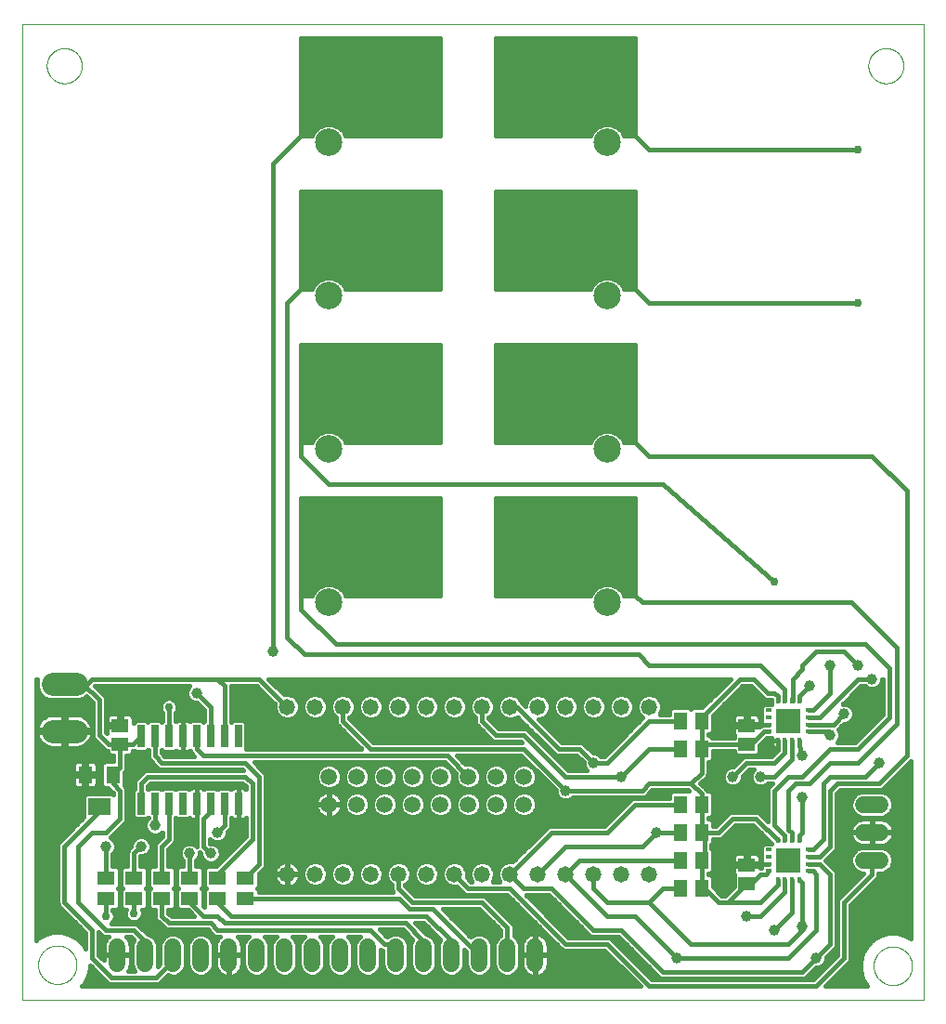
<source format=gtl>
G75*
%MOIN*%
%OFA0B0*%
%FSLAX25Y25*%
%IPPOS*%
%LPD*%
%AMOC8*
5,1,8,0,0,1.08239X$1,22.5*
%
%ADD10C,0.00000*%
%ADD11R,0.05906X0.05118*%
%ADD12R,0.02600X0.08000*%
%ADD13R,0.10630X0.24409*%
%ADD14R,0.05118X0.06299*%
%ADD15R,0.06299X0.05118*%
%ADD16R,0.07874X0.06299*%
%ADD17R,0.01969X0.01181*%
%ADD18R,0.08858X0.08858*%
%ADD19R,0.01181X0.01969*%
%ADD20C,0.06000*%
%ADD21C,0.05800*%
%ADD22C,0.05937*%
%ADD23C,0.09843*%
%ADD24C,0.08268*%
%ADD25C,0.01600*%
%ADD26C,0.03962*%
%ADD27C,0.02978*%
D10*
X0006800Y0001800D02*
X0006800Y0351761D01*
X0330501Y0351761D01*
X0330501Y0001800D01*
X0006800Y0001800D01*
X0012400Y0014300D02*
X0012402Y0014469D01*
X0012408Y0014639D01*
X0012419Y0014808D01*
X0012433Y0014976D01*
X0012452Y0015145D01*
X0012475Y0015312D01*
X0012502Y0015480D01*
X0012533Y0015646D01*
X0012568Y0015812D01*
X0012607Y0015977D01*
X0012650Y0016140D01*
X0012697Y0016303D01*
X0012748Y0016464D01*
X0012803Y0016625D01*
X0012862Y0016783D01*
X0012925Y0016941D01*
X0012992Y0017096D01*
X0013062Y0017250D01*
X0013137Y0017402D01*
X0013215Y0017553D01*
X0013296Y0017701D01*
X0013382Y0017847D01*
X0013471Y0017991D01*
X0013563Y0018133D01*
X0013659Y0018273D01*
X0013758Y0018410D01*
X0013860Y0018545D01*
X0013966Y0018677D01*
X0014075Y0018807D01*
X0014187Y0018934D01*
X0014303Y0019058D01*
X0014421Y0019179D01*
X0014542Y0019297D01*
X0014666Y0019413D01*
X0014793Y0019525D01*
X0014923Y0019634D01*
X0015055Y0019740D01*
X0015190Y0019842D01*
X0015327Y0019941D01*
X0015467Y0020037D01*
X0015609Y0020129D01*
X0015753Y0020218D01*
X0015899Y0020304D01*
X0016047Y0020385D01*
X0016198Y0020463D01*
X0016350Y0020538D01*
X0016504Y0020608D01*
X0016659Y0020675D01*
X0016817Y0020738D01*
X0016975Y0020797D01*
X0017136Y0020852D01*
X0017297Y0020903D01*
X0017460Y0020950D01*
X0017623Y0020993D01*
X0017788Y0021032D01*
X0017954Y0021067D01*
X0018120Y0021098D01*
X0018288Y0021125D01*
X0018455Y0021148D01*
X0018624Y0021167D01*
X0018792Y0021181D01*
X0018961Y0021192D01*
X0019131Y0021198D01*
X0019300Y0021200D01*
X0019469Y0021198D01*
X0019639Y0021192D01*
X0019808Y0021181D01*
X0019976Y0021167D01*
X0020145Y0021148D01*
X0020312Y0021125D01*
X0020480Y0021098D01*
X0020646Y0021067D01*
X0020812Y0021032D01*
X0020977Y0020993D01*
X0021140Y0020950D01*
X0021303Y0020903D01*
X0021464Y0020852D01*
X0021625Y0020797D01*
X0021783Y0020738D01*
X0021941Y0020675D01*
X0022096Y0020608D01*
X0022250Y0020538D01*
X0022402Y0020463D01*
X0022553Y0020385D01*
X0022701Y0020304D01*
X0022847Y0020218D01*
X0022991Y0020129D01*
X0023133Y0020037D01*
X0023273Y0019941D01*
X0023410Y0019842D01*
X0023545Y0019740D01*
X0023677Y0019634D01*
X0023807Y0019525D01*
X0023934Y0019413D01*
X0024058Y0019297D01*
X0024179Y0019179D01*
X0024297Y0019058D01*
X0024413Y0018934D01*
X0024525Y0018807D01*
X0024634Y0018677D01*
X0024740Y0018545D01*
X0024842Y0018410D01*
X0024941Y0018273D01*
X0025037Y0018133D01*
X0025129Y0017991D01*
X0025218Y0017847D01*
X0025304Y0017701D01*
X0025385Y0017553D01*
X0025463Y0017402D01*
X0025538Y0017250D01*
X0025608Y0017096D01*
X0025675Y0016941D01*
X0025738Y0016783D01*
X0025797Y0016625D01*
X0025852Y0016464D01*
X0025903Y0016303D01*
X0025950Y0016140D01*
X0025993Y0015977D01*
X0026032Y0015812D01*
X0026067Y0015646D01*
X0026098Y0015480D01*
X0026125Y0015312D01*
X0026148Y0015145D01*
X0026167Y0014976D01*
X0026181Y0014808D01*
X0026192Y0014639D01*
X0026198Y0014469D01*
X0026200Y0014300D01*
X0026198Y0014131D01*
X0026192Y0013961D01*
X0026181Y0013792D01*
X0026167Y0013624D01*
X0026148Y0013455D01*
X0026125Y0013288D01*
X0026098Y0013120D01*
X0026067Y0012954D01*
X0026032Y0012788D01*
X0025993Y0012623D01*
X0025950Y0012460D01*
X0025903Y0012297D01*
X0025852Y0012136D01*
X0025797Y0011975D01*
X0025738Y0011817D01*
X0025675Y0011659D01*
X0025608Y0011504D01*
X0025538Y0011350D01*
X0025463Y0011198D01*
X0025385Y0011047D01*
X0025304Y0010899D01*
X0025218Y0010753D01*
X0025129Y0010609D01*
X0025037Y0010467D01*
X0024941Y0010327D01*
X0024842Y0010190D01*
X0024740Y0010055D01*
X0024634Y0009923D01*
X0024525Y0009793D01*
X0024413Y0009666D01*
X0024297Y0009542D01*
X0024179Y0009421D01*
X0024058Y0009303D01*
X0023934Y0009187D01*
X0023807Y0009075D01*
X0023677Y0008966D01*
X0023545Y0008860D01*
X0023410Y0008758D01*
X0023273Y0008659D01*
X0023133Y0008563D01*
X0022991Y0008471D01*
X0022847Y0008382D01*
X0022701Y0008296D01*
X0022553Y0008215D01*
X0022402Y0008137D01*
X0022250Y0008062D01*
X0022096Y0007992D01*
X0021941Y0007925D01*
X0021783Y0007862D01*
X0021625Y0007803D01*
X0021464Y0007748D01*
X0021303Y0007697D01*
X0021140Y0007650D01*
X0020977Y0007607D01*
X0020812Y0007568D01*
X0020646Y0007533D01*
X0020480Y0007502D01*
X0020312Y0007475D01*
X0020145Y0007452D01*
X0019976Y0007433D01*
X0019808Y0007419D01*
X0019639Y0007408D01*
X0019469Y0007402D01*
X0019300Y0007400D01*
X0019131Y0007402D01*
X0018961Y0007408D01*
X0018792Y0007419D01*
X0018624Y0007433D01*
X0018455Y0007452D01*
X0018288Y0007475D01*
X0018120Y0007502D01*
X0017954Y0007533D01*
X0017788Y0007568D01*
X0017623Y0007607D01*
X0017460Y0007650D01*
X0017297Y0007697D01*
X0017136Y0007748D01*
X0016975Y0007803D01*
X0016817Y0007862D01*
X0016659Y0007925D01*
X0016504Y0007992D01*
X0016350Y0008062D01*
X0016198Y0008137D01*
X0016047Y0008215D01*
X0015899Y0008296D01*
X0015753Y0008382D01*
X0015609Y0008471D01*
X0015467Y0008563D01*
X0015327Y0008659D01*
X0015190Y0008758D01*
X0015055Y0008860D01*
X0014923Y0008966D01*
X0014793Y0009075D01*
X0014666Y0009187D01*
X0014542Y0009303D01*
X0014421Y0009421D01*
X0014303Y0009542D01*
X0014187Y0009666D01*
X0014075Y0009793D01*
X0013966Y0009923D01*
X0013860Y0010055D01*
X0013758Y0010190D01*
X0013659Y0010327D01*
X0013563Y0010467D01*
X0013471Y0010609D01*
X0013382Y0010753D01*
X0013296Y0010899D01*
X0013215Y0011047D01*
X0013137Y0011198D01*
X0013062Y0011350D01*
X0012992Y0011504D01*
X0012925Y0011659D01*
X0012862Y0011817D01*
X0012803Y0011975D01*
X0012748Y0012136D01*
X0012697Y0012297D01*
X0012650Y0012460D01*
X0012607Y0012623D01*
X0012568Y0012788D01*
X0012533Y0012954D01*
X0012502Y0013120D01*
X0012475Y0013288D01*
X0012452Y0013455D01*
X0012433Y0013624D01*
X0012419Y0013792D01*
X0012408Y0013961D01*
X0012402Y0014131D01*
X0012400Y0014300D01*
X0015501Y0336800D02*
X0015503Y0336958D01*
X0015509Y0337116D01*
X0015519Y0337274D01*
X0015533Y0337432D01*
X0015551Y0337589D01*
X0015572Y0337746D01*
X0015598Y0337902D01*
X0015628Y0338058D01*
X0015661Y0338213D01*
X0015699Y0338366D01*
X0015740Y0338519D01*
X0015785Y0338671D01*
X0015834Y0338822D01*
X0015887Y0338971D01*
X0015943Y0339119D01*
X0016003Y0339265D01*
X0016067Y0339410D01*
X0016135Y0339553D01*
X0016206Y0339695D01*
X0016280Y0339835D01*
X0016358Y0339972D01*
X0016440Y0340108D01*
X0016524Y0340242D01*
X0016613Y0340373D01*
X0016704Y0340502D01*
X0016799Y0340629D01*
X0016896Y0340754D01*
X0016997Y0340876D01*
X0017101Y0340995D01*
X0017208Y0341112D01*
X0017318Y0341226D01*
X0017431Y0341337D01*
X0017546Y0341446D01*
X0017664Y0341551D01*
X0017785Y0341653D01*
X0017908Y0341753D01*
X0018034Y0341849D01*
X0018162Y0341942D01*
X0018292Y0342032D01*
X0018425Y0342118D01*
X0018560Y0342202D01*
X0018696Y0342281D01*
X0018835Y0342358D01*
X0018976Y0342430D01*
X0019118Y0342500D01*
X0019262Y0342565D01*
X0019408Y0342627D01*
X0019555Y0342685D01*
X0019704Y0342740D01*
X0019854Y0342791D01*
X0020005Y0342838D01*
X0020157Y0342881D01*
X0020310Y0342920D01*
X0020465Y0342956D01*
X0020620Y0342987D01*
X0020776Y0343015D01*
X0020932Y0343039D01*
X0021089Y0343059D01*
X0021247Y0343075D01*
X0021404Y0343087D01*
X0021563Y0343095D01*
X0021721Y0343099D01*
X0021879Y0343099D01*
X0022037Y0343095D01*
X0022196Y0343087D01*
X0022353Y0343075D01*
X0022511Y0343059D01*
X0022668Y0343039D01*
X0022824Y0343015D01*
X0022980Y0342987D01*
X0023135Y0342956D01*
X0023290Y0342920D01*
X0023443Y0342881D01*
X0023595Y0342838D01*
X0023746Y0342791D01*
X0023896Y0342740D01*
X0024045Y0342685D01*
X0024192Y0342627D01*
X0024338Y0342565D01*
X0024482Y0342500D01*
X0024624Y0342430D01*
X0024765Y0342358D01*
X0024904Y0342281D01*
X0025040Y0342202D01*
X0025175Y0342118D01*
X0025308Y0342032D01*
X0025438Y0341942D01*
X0025566Y0341849D01*
X0025692Y0341753D01*
X0025815Y0341653D01*
X0025936Y0341551D01*
X0026054Y0341446D01*
X0026169Y0341337D01*
X0026282Y0341226D01*
X0026392Y0341112D01*
X0026499Y0340995D01*
X0026603Y0340876D01*
X0026704Y0340754D01*
X0026801Y0340629D01*
X0026896Y0340502D01*
X0026987Y0340373D01*
X0027076Y0340242D01*
X0027160Y0340108D01*
X0027242Y0339972D01*
X0027320Y0339835D01*
X0027394Y0339695D01*
X0027465Y0339553D01*
X0027533Y0339410D01*
X0027597Y0339265D01*
X0027657Y0339119D01*
X0027713Y0338971D01*
X0027766Y0338822D01*
X0027815Y0338671D01*
X0027860Y0338519D01*
X0027901Y0338366D01*
X0027939Y0338213D01*
X0027972Y0338058D01*
X0028002Y0337902D01*
X0028028Y0337746D01*
X0028049Y0337589D01*
X0028067Y0337432D01*
X0028081Y0337274D01*
X0028091Y0337116D01*
X0028097Y0336958D01*
X0028099Y0336800D01*
X0028097Y0336642D01*
X0028091Y0336484D01*
X0028081Y0336326D01*
X0028067Y0336168D01*
X0028049Y0336011D01*
X0028028Y0335854D01*
X0028002Y0335698D01*
X0027972Y0335542D01*
X0027939Y0335387D01*
X0027901Y0335234D01*
X0027860Y0335081D01*
X0027815Y0334929D01*
X0027766Y0334778D01*
X0027713Y0334629D01*
X0027657Y0334481D01*
X0027597Y0334335D01*
X0027533Y0334190D01*
X0027465Y0334047D01*
X0027394Y0333905D01*
X0027320Y0333765D01*
X0027242Y0333628D01*
X0027160Y0333492D01*
X0027076Y0333358D01*
X0026987Y0333227D01*
X0026896Y0333098D01*
X0026801Y0332971D01*
X0026704Y0332846D01*
X0026603Y0332724D01*
X0026499Y0332605D01*
X0026392Y0332488D01*
X0026282Y0332374D01*
X0026169Y0332263D01*
X0026054Y0332154D01*
X0025936Y0332049D01*
X0025815Y0331947D01*
X0025692Y0331847D01*
X0025566Y0331751D01*
X0025438Y0331658D01*
X0025308Y0331568D01*
X0025175Y0331482D01*
X0025040Y0331398D01*
X0024904Y0331319D01*
X0024765Y0331242D01*
X0024624Y0331170D01*
X0024482Y0331100D01*
X0024338Y0331035D01*
X0024192Y0330973D01*
X0024045Y0330915D01*
X0023896Y0330860D01*
X0023746Y0330809D01*
X0023595Y0330762D01*
X0023443Y0330719D01*
X0023290Y0330680D01*
X0023135Y0330644D01*
X0022980Y0330613D01*
X0022824Y0330585D01*
X0022668Y0330561D01*
X0022511Y0330541D01*
X0022353Y0330525D01*
X0022196Y0330513D01*
X0022037Y0330505D01*
X0021879Y0330501D01*
X0021721Y0330501D01*
X0021563Y0330505D01*
X0021404Y0330513D01*
X0021247Y0330525D01*
X0021089Y0330541D01*
X0020932Y0330561D01*
X0020776Y0330585D01*
X0020620Y0330613D01*
X0020465Y0330644D01*
X0020310Y0330680D01*
X0020157Y0330719D01*
X0020005Y0330762D01*
X0019854Y0330809D01*
X0019704Y0330860D01*
X0019555Y0330915D01*
X0019408Y0330973D01*
X0019262Y0331035D01*
X0019118Y0331100D01*
X0018976Y0331170D01*
X0018835Y0331242D01*
X0018696Y0331319D01*
X0018560Y0331398D01*
X0018425Y0331482D01*
X0018292Y0331568D01*
X0018162Y0331658D01*
X0018034Y0331751D01*
X0017908Y0331847D01*
X0017785Y0331947D01*
X0017664Y0332049D01*
X0017546Y0332154D01*
X0017431Y0332263D01*
X0017318Y0332374D01*
X0017208Y0332488D01*
X0017101Y0332605D01*
X0016997Y0332724D01*
X0016896Y0332846D01*
X0016799Y0332971D01*
X0016704Y0333098D01*
X0016613Y0333227D01*
X0016524Y0333358D01*
X0016440Y0333492D01*
X0016358Y0333628D01*
X0016280Y0333765D01*
X0016206Y0333905D01*
X0016135Y0334047D01*
X0016067Y0334190D01*
X0016003Y0334335D01*
X0015943Y0334481D01*
X0015887Y0334629D01*
X0015834Y0334778D01*
X0015785Y0334929D01*
X0015740Y0335081D01*
X0015699Y0335234D01*
X0015661Y0335387D01*
X0015628Y0335542D01*
X0015598Y0335698D01*
X0015572Y0335854D01*
X0015551Y0336011D01*
X0015533Y0336168D01*
X0015519Y0336326D01*
X0015509Y0336484D01*
X0015503Y0336642D01*
X0015501Y0336800D01*
X0310501Y0336800D02*
X0310503Y0336958D01*
X0310509Y0337116D01*
X0310519Y0337274D01*
X0310533Y0337432D01*
X0310551Y0337589D01*
X0310572Y0337746D01*
X0310598Y0337902D01*
X0310628Y0338058D01*
X0310661Y0338213D01*
X0310699Y0338366D01*
X0310740Y0338519D01*
X0310785Y0338671D01*
X0310834Y0338822D01*
X0310887Y0338971D01*
X0310943Y0339119D01*
X0311003Y0339265D01*
X0311067Y0339410D01*
X0311135Y0339553D01*
X0311206Y0339695D01*
X0311280Y0339835D01*
X0311358Y0339972D01*
X0311440Y0340108D01*
X0311524Y0340242D01*
X0311613Y0340373D01*
X0311704Y0340502D01*
X0311799Y0340629D01*
X0311896Y0340754D01*
X0311997Y0340876D01*
X0312101Y0340995D01*
X0312208Y0341112D01*
X0312318Y0341226D01*
X0312431Y0341337D01*
X0312546Y0341446D01*
X0312664Y0341551D01*
X0312785Y0341653D01*
X0312908Y0341753D01*
X0313034Y0341849D01*
X0313162Y0341942D01*
X0313292Y0342032D01*
X0313425Y0342118D01*
X0313560Y0342202D01*
X0313696Y0342281D01*
X0313835Y0342358D01*
X0313976Y0342430D01*
X0314118Y0342500D01*
X0314262Y0342565D01*
X0314408Y0342627D01*
X0314555Y0342685D01*
X0314704Y0342740D01*
X0314854Y0342791D01*
X0315005Y0342838D01*
X0315157Y0342881D01*
X0315310Y0342920D01*
X0315465Y0342956D01*
X0315620Y0342987D01*
X0315776Y0343015D01*
X0315932Y0343039D01*
X0316089Y0343059D01*
X0316247Y0343075D01*
X0316404Y0343087D01*
X0316563Y0343095D01*
X0316721Y0343099D01*
X0316879Y0343099D01*
X0317037Y0343095D01*
X0317196Y0343087D01*
X0317353Y0343075D01*
X0317511Y0343059D01*
X0317668Y0343039D01*
X0317824Y0343015D01*
X0317980Y0342987D01*
X0318135Y0342956D01*
X0318290Y0342920D01*
X0318443Y0342881D01*
X0318595Y0342838D01*
X0318746Y0342791D01*
X0318896Y0342740D01*
X0319045Y0342685D01*
X0319192Y0342627D01*
X0319338Y0342565D01*
X0319482Y0342500D01*
X0319624Y0342430D01*
X0319765Y0342358D01*
X0319904Y0342281D01*
X0320040Y0342202D01*
X0320175Y0342118D01*
X0320308Y0342032D01*
X0320438Y0341942D01*
X0320566Y0341849D01*
X0320692Y0341753D01*
X0320815Y0341653D01*
X0320936Y0341551D01*
X0321054Y0341446D01*
X0321169Y0341337D01*
X0321282Y0341226D01*
X0321392Y0341112D01*
X0321499Y0340995D01*
X0321603Y0340876D01*
X0321704Y0340754D01*
X0321801Y0340629D01*
X0321896Y0340502D01*
X0321987Y0340373D01*
X0322076Y0340242D01*
X0322160Y0340108D01*
X0322242Y0339972D01*
X0322320Y0339835D01*
X0322394Y0339695D01*
X0322465Y0339553D01*
X0322533Y0339410D01*
X0322597Y0339265D01*
X0322657Y0339119D01*
X0322713Y0338971D01*
X0322766Y0338822D01*
X0322815Y0338671D01*
X0322860Y0338519D01*
X0322901Y0338366D01*
X0322939Y0338213D01*
X0322972Y0338058D01*
X0323002Y0337902D01*
X0323028Y0337746D01*
X0323049Y0337589D01*
X0323067Y0337432D01*
X0323081Y0337274D01*
X0323091Y0337116D01*
X0323097Y0336958D01*
X0323099Y0336800D01*
X0323097Y0336642D01*
X0323091Y0336484D01*
X0323081Y0336326D01*
X0323067Y0336168D01*
X0323049Y0336011D01*
X0323028Y0335854D01*
X0323002Y0335698D01*
X0322972Y0335542D01*
X0322939Y0335387D01*
X0322901Y0335234D01*
X0322860Y0335081D01*
X0322815Y0334929D01*
X0322766Y0334778D01*
X0322713Y0334629D01*
X0322657Y0334481D01*
X0322597Y0334335D01*
X0322533Y0334190D01*
X0322465Y0334047D01*
X0322394Y0333905D01*
X0322320Y0333765D01*
X0322242Y0333628D01*
X0322160Y0333492D01*
X0322076Y0333358D01*
X0321987Y0333227D01*
X0321896Y0333098D01*
X0321801Y0332971D01*
X0321704Y0332846D01*
X0321603Y0332724D01*
X0321499Y0332605D01*
X0321392Y0332488D01*
X0321282Y0332374D01*
X0321169Y0332263D01*
X0321054Y0332154D01*
X0320936Y0332049D01*
X0320815Y0331947D01*
X0320692Y0331847D01*
X0320566Y0331751D01*
X0320438Y0331658D01*
X0320308Y0331568D01*
X0320175Y0331482D01*
X0320040Y0331398D01*
X0319904Y0331319D01*
X0319765Y0331242D01*
X0319624Y0331170D01*
X0319482Y0331100D01*
X0319338Y0331035D01*
X0319192Y0330973D01*
X0319045Y0330915D01*
X0318896Y0330860D01*
X0318746Y0330809D01*
X0318595Y0330762D01*
X0318443Y0330719D01*
X0318290Y0330680D01*
X0318135Y0330644D01*
X0317980Y0330613D01*
X0317824Y0330585D01*
X0317668Y0330561D01*
X0317511Y0330541D01*
X0317353Y0330525D01*
X0317196Y0330513D01*
X0317037Y0330505D01*
X0316879Y0330501D01*
X0316721Y0330501D01*
X0316563Y0330505D01*
X0316404Y0330513D01*
X0316247Y0330525D01*
X0316089Y0330541D01*
X0315932Y0330561D01*
X0315776Y0330585D01*
X0315620Y0330613D01*
X0315465Y0330644D01*
X0315310Y0330680D01*
X0315157Y0330719D01*
X0315005Y0330762D01*
X0314854Y0330809D01*
X0314704Y0330860D01*
X0314555Y0330915D01*
X0314408Y0330973D01*
X0314262Y0331035D01*
X0314118Y0331100D01*
X0313976Y0331170D01*
X0313835Y0331242D01*
X0313696Y0331319D01*
X0313560Y0331398D01*
X0313425Y0331482D01*
X0313292Y0331568D01*
X0313162Y0331658D01*
X0313034Y0331751D01*
X0312908Y0331847D01*
X0312785Y0331947D01*
X0312664Y0332049D01*
X0312546Y0332154D01*
X0312431Y0332263D01*
X0312318Y0332374D01*
X0312208Y0332488D01*
X0312101Y0332605D01*
X0311997Y0332724D01*
X0311896Y0332846D01*
X0311799Y0332971D01*
X0311704Y0333098D01*
X0311613Y0333227D01*
X0311524Y0333358D01*
X0311440Y0333492D01*
X0311358Y0333628D01*
X0311280Y0333765D01*
X0311206Y0333905D01*
X0311135Y0334047D01*
X0311067Y0334190D01*
X0311003Y0334335D01*
X0310943Y0334481D01*
X0310887Y0334629D01*
X0310834Y0334778D01*
X0310785Y0334929D01*
X0310740Y0335081D01*
X0310699Y0335234D01*
X0310661Y0335387D01*
X0310628Y0335542D01*
X0310598Y0335698D01*
X0310572Y0335854D01*
X0310551Y0336011D01*
X0310533Y0336168D01*
X0310519Y0336326D01*
X0310509Y0336484D01*
X0310503Y0336642D01*
X0310501Y0336800D01*
X0312400Y0013902D02*
X0312402Y0014071D01*
X0312408Y0014241D01*
X0312419Y0014410D01*
X0312433Y0014578D01*
X0312452Y0014747D01*
X0312475Y0014914D01*
X0312502Y0015082D01*
X0312533Y0015248D01*
X0312568Y0015414D01*
X0312607Y0015579D01*
X0312650Y0015742D01*
X0312697Y0015905D01*
X0312748Y0016066D01*
X0312803Y0016227D01*
X0312862Y0016385D01*
X0312925Y0016543D01*
X0312992Y0016698D01*
X0313062Y0016852D01*
X0313137Y0017004D01*
X0313215Y0017155D01*
X0313296Y0017303D01*
X0313382Y0017449D01*
X0313471Y0017593D01*
X0313563Y0017735D01*
X0313659Y0017875D01*
X0313758Y0018012D01*
X0313860Y0018147D01*
X0313966Y0018279D01*
X0314075Y0018409D01*
X0314187Y0018536D01*
X0314303Y0018660D01*
X0314421Y0018781D01*
X0314542Y0018899D01*
X0314666Y0019015D01*
X0314793Y0019127D01*
X0314923Y0019236D01*
X0315055Y0019342D01*
X0315190Y0019444D01*
X0315327Y0019543D01*
X0315467Y0019639D01*
X0315609Y0019731D01*
X0315753Y0019820D01*
X0315899Y0019906D01*
X0316047Y0019987D01*
X0316198Y0020065D01*
X0316350Y0020140D01*
X0316504Y0020210D01*
X0316659Y0020277D01*
X0316817Y0020340D01*
X0316975Y0020399D01*
X0317136Y0020454D01*
X0317297Y0020505D01*
X0317460Y0020552D01*
X0317623Y0020595D01*
X0317788Y0020634D01*
X0317954Y0020669D01*
X0318120Y0020700D01*
X0318288Y0020727D01*
X0318455Y0020750D01*
X0318624Y0020769D01*
X0318792Y0020783D01*
X0318961Y0020794D01*
X0319131Y0020800D01*
X0319300Y0020802D01*
X0319469Y0020800D01*
X0319639Y0020794D01*
X0319808Y0020783D01*
X0319976Y0020769D01*
X0320145Y0020750D01*
X0320312Y0020727D01*
X0320480Y0020700D01*
X0320646Y0020669D01*
X0320812Y0020634D01*
X0320977Y0020595D01*
X0321140Y0020552D01*
X0321303Y0020505D01*
X0321464Y0020454D01*
X0321625Y0020399D01*
X0321783Y0020340D01*
X0321941Y0020277D01*
X0322096Y0020210D01*
X0322250Y0020140D01*
X0322402Y0020065D01*
X0322553Y0019987D01*
X0322701Y0019906D01*
X0322847Y0019820D01*
X0322991Y0019731D01*
X0323133Y0019639D01*
X0323273Y0019543D01*
X0323410Y0019444D01*
X0323545Y0019342D01*
X0323677Y0019236D01*
X0323807Y0019127D01*
X0323934Y0019015D01*
X0324058Y0018899D01*
X0324179Y0018781D01*
X0324297Y0018660D01*
X0324413Y0018536D01*
X0324525Y0018409D01*
X0324634Y0018279D01*
X0324740Y0018147D01*
X0324842Y0018012D01*
X0324941Y0017875D01*
X0325037Y0017735D01*
X0325129Y0017593D01*
X0325218Y0017449D01*
X0325304Y0017303D01*
X0325385Y0017155D01*
X0325463Y0017004D01*
X0325538Y0016852D01*
X0325608Y0016698D01*
X0325675Y0016543D01*
X0325738Y0016385D01*
X0325797Y0016227D01*
X0325852Y0016066D01*
X0325903Y0015905D01*
X0325950Y0015742D01*
X0325993Y0015579D01*
X0326032Y0015414D01*
X0326067Y0015248D01*
X0326098Y0015082D01*
X0326125Y0014914D01*
X0326148Y0014747D01*
X0326167Y0014578D01*
X0326181Y0014410D01*
X0326192Y0014241D01*
X0326198Y0014071D01*
X0326200Y0013902D01*
X0326198Y0013733D01*
X0326192Y0013563D01*
X0326181Y0013394D01*
X0326167Y0013226D01*
X0326148Y0013057D01*
X0326125Y0012890D01*
X0326098Y0012722D01*
X0326067Y0012556D01*
X0326032Y0012390D01*
X0325993Y0012225D01*
X0325950Y0012062D01*
X0325903Y0011899D01*
X0325852Y0011738D01*
X0325797Y0011577D01*
X0325738Y0011419D01*
X0325675Y0011261D01*
X0325608Y0011106D01*
X0325538Y0010952D01*
X0325463Y0010800D01*
X0325385Y0010649D01*
X0325304Y0010501D01*
X0325218Y0010355D01*
X0325129Y0010211D01*
X0325037Y0010069D01*
X0324941Y0009929D01*
X0324842Y0009792D01*
X0324740Y0009657D01*
X0324634Y0009525D01*
X0324525Y0009395D01*
X0324413Y0009268D01*
X0324297Y0009144D01*
X0324179Y0009023D01*
X0324058Y0008905D01*
X0323934Y0008789D01*
X0323807Y0008677D01*
X0323677Y0008568D01*
X0323545Y0008462D01*
X0323410Y0008360D01*
X0323273Y0008261D01*
X0323133Y0008165D01*
X0322991Y0008073D01*
X0322847Y0007984D01*
X0322701Y0007898D01*
X0322553Y0007817D01*
X0322402Y0007739D01*
X0322250Y0007664D01*
X0322096Y0007594D01*
X0321941Y0007527D01*
X0321783Y0007464D01*
X0321625Y0007405D01*
X0321464Y0007350D01*
X0321303Y0007299D01*
X0321140Y0007252D01*
X0320977Y0007209D01*
X0320812Y0007170D01*
X0320646Y0007135D01*
X0320480Y0007104D01*
X0320312Y0007077D01*
X0320145Y0007054D01*
X0319976Y0007035D01*
X0319808Y0007021D01*
X0319639Y0007010D01*
X0319469Y0007004D01*
X0319300Y0007002D01*
X0319131Y0007004D01*
X0318961Y0007010D01*
X0318792Y0007021D01*
X0318624Y0007035D01*
X0318455Y0007054D01*
X0318288Y0007077D01*
X0318120Y0007104D01*
X0317954Y0007135D01*
X0317788Y0007170D01*
X0317623Y0007209D01*
X0317460Y0007252D01*
X0317297Y0007299D01*
X0317136Y0007350D01*
X0316975Y0007405D01*
X0316817Y0007464D01*
X0316659Y0007527D01*
X0316504Y0007594D01*
X0316350Y0007664D01*
X0316198Y0007739D01*
X0316047Y0007817D01*
X0315899Y0007898D01*
X0315753Y0007984D01*
X0315609Y0008073D01*
X0315467Y0008165D01*
X0315327Y0008261D01*
X0315190Y0008360D01*
X0315055Y0008462D01*
X0314923Y0008568D01*
X0314793Y0008677D01*
X0314666Y0008789D01*
X0314542Y0008905D01*
X0314421Y0009023D01*
X0314303Y0009144D01*
X0314187Y0009268D01*
X0314075Y0009395D01*
X0313966Y0009525D01*
X0313860Y0009657D01*
X0313758Y0009792D01*
X0313659Y0009929D01*
X0313563Y0010069D01*
X0313471Y0010211D01*
X0313382Y0010355D01*
X0313296Y0010501D01*
X0313215Y0010649D01*
X0313137Y0010800D01*
X0313062Y0010952D01*
X0312992Y0011106D01*
X0312925Y0011261D01*
X0312862Y0011419D01*
X0312803Y0011577D01*
X0312748Y0011738D01*
X0312697Y0011899D01*
X0312650Y0012062D01*
X0312607Y0012225D01*
X0312568Y0012390D01*
X0312533Y0012556D01*
X0312502Y0012722D01*
X0312475Y0012890D01*
X0312452Y0013057D01*
X0312433Y0013226D01*
X0312419Y0013394D01*
X0312408Y0013563D01*
X0312402Y0013733D01*
X0312400Y0013902D01*
D11*
X0266800Y0043454D03*
X0266800Y0050146D03*
X0266800Y0093454D03*
X0266800Y0100146D03*
X0041800Y0100146D03*
X0041800Y0093454D03*
D12*
X0049300Y0096400D03*
X0054300Y0096400D03*
X0059300Y0096400D03*
X0064300Y0096400D03*
X0069300Y0096400D03*
X0074300Y0096400D03*
X0079300Y0096400D03*
X0084300Y0096400D03*
X0084300Y0072200D03*
X0079300Y0072200D03*
X0074300Y0072200D03*
X0069300Y0072200D03*
X0064300Y0072200D03*
X0059300Y0072200D03*
X0054300Y0072200D03*
X0049300Y0072200D03*
D13*
X0150461Y0169300D03*
X0183139Y0169300D03*
X0183139Y0224300D03*
X0150461Y0224300D03*
X0150461Y0279300D03*
X0183139Y0279300D03*
X0183139Y0334300D03*
X0150461Y0334300D03*
D14*
X0243060Y0101800D03*
X0250540Y0101800D03*
X0250540Y0091800D03*
X0243060Y0091800D03*
X0243060Y0071800D03*
X0250540Y0071800D03*
X0250540Y0061800D03*
X0243060Y0061800D03*
X0243060Y0051800D03*
X0250540Y0051800D03*
X0250540Y0041800D03*
X0243060Y0041800D03*
X0039300Y0082509D03*
X0029300Y0082509D03*
D15*
X0036800Y0045540D03*
X0036800Y0038060D03*
X0046800Y0038060D03*
X0046800Y0045540D03*
X0056800Y0045540D03*
X0056800Y0038060D03*
X0066800Y0038060D03*
X0066800Y0045540D03*
X0076800Y0045540D03*
X0076800Y0038060D03*
X0086800Y0038060D03*
X0086800Y0045540D03*
D16*
X0034300Y0071091D03*
D17*
X0274713Y0055639D03*
X0274713Y0053080D03*
X0274713Y0050520D03*
X0274713Y0047961D03*
X0288887Y0047961D03*
X0288887Y0050520D03*
X0288887Y0053080D03*
X0288887Y0055639D03*
X0288887Y0097961D03*
X0288887Y0100520D03*
X0288887Y0103080D03*
X0288887Y0105639D03*
X0274713Y0105639D03*
X0274713Y0103080D03*
X0274713Y0100520D03*
X0274713Y0097961D03*
D18*
X0281800Y0101800D03*
X0281800Y0051800D03*
D19*
X0283080Y0044713D03*
X0285639Y0044713D03*
X0280520Y0044713D03*
X0277961Y0044713D03*
X0277961Y0058887D03*
X0280520Y0058887D03*
X0283080Y0058887D03*
X0285639Y0058887D03*
X0285639Y0094713D03*
X0283080Y0094713D03*
X0280520Y0094713D03*
X0277961Y0094713D03*
X0277961Y0108887D03*
X0280520Y0108887D03*
X0283080Y0108887D03*
X0285639Y0108887D03*
D20*
X0308800Y0071800D02*
X0314800Y0071800D01*
X0314800Y0061800D02*
X0308800Y0061800D01*
X0308800Y0051800D02*
X0314800Y0051800D01*
X0190800Y0020800D02*
X0190800Y0014800D01*
X0180800Y0014800D02*
X0180800Y0020800D01*
X0170800Y0020800D02*
X0170800Y0014800D01*
X0160800Y0014800D02*
X0160800Y0020800D01*
X0150800Y0020800D02*
X0150800Y0014800D01*
X0140800Y0014800D02*
X0140800Y0020800D01*
X0130800Y0020800D02*
X0130800Y0014800D01*
X0120800Y0014800D02*
X0120800Y0020800D01*
X0110800Y0020800D02*
X0110800Y0014800D01*
X0100800Y0014800D02*
X0100800Y0020800D01*
X0090800Y0020800D02*
X0090800Y0014800D01*
X0080800Y0014800D02*
X0080800Y0020800D01*
X0070800Y0020800D02*
X0070800Y0014800D01*
X0060800Y0014800D02*
X0060800Y0020800D01*
X0050800Y0020800D02*
X0050800Y0014800D01*
X0040800Y0014800D02*
X0040800Y0020800D01*
D21*
X0101800Y0046800D03*
X0111800Y0046800D03*
X0121800Y0046800D03*
X0131800Y0046800D03*
X0141800Y0046800D03*
X0151800Y0046800D03*
X0161800Y0046800D03*
X0171800Y0046800D03*
X0181800Y0046800D03*
X0191800Y0046800D03*
X0201800Y0046800D03*
X0211800Y0046800D03*
X0221800Y0046800D03*
X0231800Y0046800D03*
X0231800Y0106800D03*
X0221800Y0106800D03*
X0211800Y0106800D03*
X0201800Y0106800D03*
X0191800Y0106800D03*
X0181800Y0106800D03*
X0171800Y0106800D03*
X0161800Y0106800D03*
X0151800Y0106800D03*
X0141800Y0106800D03*
X0131800Y0106800D03*
X0121800Y0106800D03*
X0111800Y0106800D03*
X0101800Y0106800D03*
D22*
X0116800Y0081800D03*
X0116800Y0071800D03*
X0126800Y0071800D03*
X0126800Y0081800D03*
X0136800Y0081800D03*
X0136800Y0071800D03*
X0146800Y0071800D03*
X0146800Y0081800D03*
X0156800Y0081800D03*
X0156800Y0071800D03*
X0166800Y0071800D03*
X0166800Y0081800D03*
X0176800Y0081800D03*
X0176800Y0071800D03*
X0186800Y0071800D03*
X0186800Y0081800D03*
D23*
X0216800Y0144300D03*
X0216800Y0169300D03*
X0216800Y0199300D03*
X0216800Y0224300D03*
X0216800Y0254300D03*
X0216800Y0279300D03*
X0216800Y0309300D03*
X0216800Y0334300D03*
X0116800Y0334300D03*
X0116800Y0309300D03*
X0116800Y0279300D03*
X0116800Y0254300D03*
X0116800Y0224300D03*
X0116800Y0199300D03*
X0116800Y0169300D03*
X0116800Y0144300D03*
D24*
X0025934Y0115068D02*
X0017666Y0115068D01*
X0017666Y0098139D02*
X0025934Y0098139D01*
D25*
X0022378Y0098324D02*
X0031900Y0098324D01*
X0031850Y0098717D02*
X0031722Y0099528D01*
X0031433Y0100416D01*
X0031009Y0101249D01*
X0030460Y0102004D01*
X0029799Y0102665D01*
X0029044Y0103214D01*
X0028212Y0103638D01*
X0027323Y0103926D01*
X0026401Y0104072D01*
X0022378Y0104072D01*
X0022378Y0098717D01*
X0021222Y0098717D01*
X0021222Y0104072D01*
X0017199Y0104072D01*
X0016277Y0103926D01*
X0015388Y0103638D01*
X0014556Y0103214D01*
X0013800Y0102665D01*
X0013140Y0102004D01*
X0012591Y0101249D01*
X0012167Y0100416D01*
X0011878Y0099528D01*
X0011750Y0098717D01*
X0021222Y0098717D01*
X0021222Y0097561D01*
X0011750Y0097561D01*
X0011878Y0096749D01*
X0012167Y0095861D01*
X0012591Y0095029D01*
X0013140Y0094273D01*
X0013800Y0093612D01*
X0014556Y0093063D01*
X0015388Y0092639D01*
X0016277Y0092351D01*
X0017199Y0092205D01*
X0021222Y0092205D01*
X0021222Y0097561D01*
X0022378Y0097561D01*
X0022378Y0098717D01*
X0031850Y0098717D01*
X0031850Y0097561D02*
X0022378Y0097561D01*
X0022378Y0092205D01*
X0026401Y0092205D01*
X0027323Y0092351D01*
X0028212Y0092639D01*
X0029044Y0093063D01*
X0029799Y0093612D01*
X0030460Y0094273D01*
X0031009Y0095029D01*
X0031433Y0095861D01*
X0031722Y0096749D01*
X0031850Y0097561D01*
X0031900Y0096726D02*
X0031714Y0096726D01*
X0031900Y0096323D02*
X0032265Y0095441D01*
X0035612Y0092094D01*
X0036287Y0091419D01*
X0037169Y0091054D01*
X0037247Y0091054D01*
X0037247Y0090232D01*
X0038184Y0089294D01*
X0039400Y0089294D01*
X0039400Y0087258D01*
X0036078Y0087258D01*
X0035141Y0086321D01*
X0035141Y0078696D01*
X0036078Y0077759D01*
X0037447Y0077759D01*
X0039400Y0075806D01*
X0039400Y0075341D01*
X0038900Y0075841D01*
X0029700Y0075841D01*
X0028763Y0074904D01*
X0028763Y0067279D01*
X0028824Y0067218D01*
X0020441Y0058835D01*
X0019765Y0058159D01*
X0019400Y0057277D01*
X0019400Y0036323D01*
X0019765Y0035441D01*
X0029400Y0025806D01*
X0029400Y0020206D01*
X0028662Y0021484D01*
X0026484Y0023662D01*
X0023816Y0025203D01*
X0020840Y0026000D01*
X0017760Y0026000D01*
X0014784Y0025203D01*
X0012116Y0023662D01*
X0011600Y0023146D01*
X0011600Y0116800D01*
X0012177Y0116800D01*
X0011932Y0116208D01*
X0011932Y0113927D01*
X0012805Y0111820D01*
X0014418Y0110207D01*
X0016526Y0109334D01*
X0027074Y0109334D01*
X0029182Y0110207D01*
X0029590Y0110615D01*
X0031900Y0108306D01*
X0031900Y0096323D01*
X0032579Y0095127D02*
X0031059Y0095127D01*
X0029684Y0093529D02*
X0034177Y0093529D01*
X0035776Y0091930D02*
X0011600Y0091930D01*
X0011600Y0090332D02*
X0037247Y0090332D01*
X0039400Y0088733D02*
X0011600Y0088733D01*
X0011600Y0087134D02*
X0025698Y0087134D01*
X0025636Y0087099D02*
X0025301Y0086763D01*
X0025064Y0086353D01*
X0024941Y0085895D01*
X0024941Y0082988D01*
X0028820Y0082988D01*
X0028820Y0082029D01*
X0024941Y0082029D01*
X0024941Y0079122D01*
X0025064Y0078664D01*
X0025301Y0078254D01*
X0025636Y0077919D01*
X0026046Y0077682D01*
X0026504Y0077559D01*
X0028820Y0077559D01*
X0028820Y0082029D01*
X0029780Y0082029D01*
X0029780Y0082988D01*
X0033659Y0082988D01*
X0033659Y0085895D01*
X0033536Y0086353D01*
X0033299Y0086763D01*
X0032964Y0087099D01*
X0032554Y0087336D01*
X0032096Y0087458D01*
X0029780Y0087458D01*
X0029780Y0082988D01*
X0028820Y0082988D01*
X0028820Y0087458D01*
X0026504Y0087458D01*
X0026046Y0087336D01*
X0025636Y0087099D01*
X0024941Y0085536D02*
X0011600Y0085536D01*
X0011600Y0083937D02*
X0024941Y0083937D01*
X0024941Y0080740D02*
X0011600Y0080740D01*
X0011600Y0079142D02*
X0024941Y0079142D01*
X0028820Y0079142D02*
X0029780Y0079142D01*
X0029780Y0077559D02*
X0029780Y0082029D01*
X0033659Y0082029D01*
X0033659Y0079122D01*
X0033536Y0078664D01*
X0033299Y0078254D01*
X0032964Y0077919D01*
X0032554Y0077682D01*
X0032096Y0077559D01*
X0029780Y0077559D01*
X0029780Y0080740D02*
X0028820Y0080740D01*
X0028820Y0082339D02*
X0011600Y0082339D01*
X0011600Y0077543D02*
X0037662Y0077543D01*
X0039261Y0075945D02*
X0011600Y0075945D01*
X0011600Y0074346D02*
X0028763Y0074346D01*
X0028763Y0072748D02*
X0011600Y0072748D01*
X0011600Y0071149D02*
X0028763Y0071149D01*
X0028763Y0069551D02*
X0011600Y0069551D01*
X0011600Y0067952D02*
X0028763Y0067952D01*
X0027960Y0066354D02*
X0011600Y0066354D01*
X0011600Y0064755D02*
X0026361Y0064755D01*
X0024763Y0063157D02*
X0011600Y0063157D01*
X0011600Y0061558D02*
X0023164Y0061558D01*
X0021566Y0059960D02*
X0011600Y0059960D01*
X0011600Y0058361D02*
X0019967Y0058361D01*
X0019400Y0056763D02*
X0011600Y0056763D01*
X0011600Y0055164D02*
X0019400Y0055164D01*
X0019400Y0053566D02*
X0011600Y0053566D01*
X0011600Y0051967D02*
X0019400Y0051967D01*
X0019400Y0050369D02*
X0011600Y0050369D01*
X0011600Y0048770D02*
X0019400Y0048770D01*
X0019400Y0047172D02*
X0011600Y0047172D01*
X0011600Y0045573D02*
X0019400Y0045573D01*
X0019400Y0043975D02*
X0011600Y0043975D01*
X0011600Y0042376D02*
X0019400Y0042376D01*
X0019400Y0040778D02*
X0011600Y0040778D01*
X0011600Y0039179D02*
X0019400Y0039179D01*
X0019400Y0037581D02*
X0011600Y0037581D01*
X0011600Y0035982D02*
X0019541Y0035982D01*
X0020822Y0034384D02*
X0011600Y0034384D01*
X0011600Y0032785D02*
X0022421Y0032785D01*
X0024019Y0031187D02*
X0011600Y0031187D01*
X0011600Y0029588D02*
X0025618Y0029588D01*
X0027216Y0027990D02*
X0011600Y0027990D01*
X0011600Y0026391D02*
X0028815Y0026391D01*
X0029400Y0024793D02*
X0024526Y0024793D01*
X0026952Y0023194D02*
X0029400Y0023194D01*
X0029400Y0021596D02*
X0028551Y0021596D01*
X0031800Y0016800D02*
X0031800Y0026800D01*
X0021800Y0036800D01*
X0021800Y0056800D01*
X0034300Y0069300D01*
X0034300Y0071091D01*
X0041800Y0066800D02*
X0036800Y0061800D01*
X0031800Y0061800D01*
X0026800Y0056800D01*
X0026800Y0036800D01*
X0036800Y0026800D01*
X0046800Y0026800D01*
X0050816Y0022784D01*
X0050816Y0017816D01*
X0050800Y0017800D01*
X0055400Y0018399D02*
X0056200Y0018399D01*
X0056200Y0019997D02*
X0055400Y0019997D01*
X0055400Y0021596D02*
X0056200Y0021596D01*
X0056200Y0021715D02*
X0056200Y0014594D01*
X0055336Y0013730D01*
X0055400Y0013885D01*
X0055400Y0021715D01*
X0054700Y0023406D01*
X0053406Y0024700D01*
X0051715Y0025400D01*
X0051594Y0025400D01*
X0048159Y0028835D01*
X0047277Y0029200D01*
X0038568Y0029200D01*
X0039419Y0030050D01*
X0039889Y0031186D01*
X0039889Y0032414D01*
X0039419Y0033550D01*
X0039200Y0033768D01*
X0039200Y0033901D01*
X0040612Y0033901D01*
X0041550Y0034838D01*
X0041550Y0041282D01*
X0041031Y0041800D01*
X0041550Y0042318D01*
X0041550Y0048762D01*
X0040612Y0049699D01*
X0039200Y0049699D01*
X0039200Y0054136D01*
X0039836Y0054771D01*
X0040381Y0056088D01*
X0040381Y0057512D01*
X0039836Y0058829D01*
X0038829Y0059836D01*
X0038405Y0060011D01*
X0038835Y0060441D01*
X0043835Y0065441D01*
X0044200Y0066323D01*
X0044200Y0077277D01*
X0043835Y0078159D01*
X0043378Y0078616D01*
X0043459Y0078696D01*
X0043459Y0083274D01*
X0043835Y0083649D01*
X0044200Y0084531D01*
X0044200Y0089294D01*
X0045415Y0089294D01*
X0046353Y0090232D01*
X0046353Y0091054D01*
X0046831Y0091054D01*
X0047010Y0091128D01*
X0047337Y0090800D01*
X0051263Y0090800D01*
X0051800Y0091337D01*
X0051900Y0091237D01*
X0051900Y0088823D01*
X0052265Y0087941D01*
X0054765Y0085441D01*
X0055441Y0084765D01*
X0056323Y0084400D01*
X0085806Y0084400D01*
X0086006Y0084200D01*
X0051323Y0084200D01*
X0050441Y0083835D01*
X0047941Y0081335D01*
X0047265Y0080659D01*
X0046900Y0079777D01*
X0046900Y0077363D01*
X0046400Y0076863D01*
X0046400Y0067537D01*
X0047337Y0066600D01*
X0051263Y0066600D01*
X0051800Y0067137D01*
X0051900Y0067037D01*
X0051900Y0066964D01*
X0051264Y0066329D01*
X0050719Y0065012D01*
X0050719Y0063588D01*
X0051264Y0062271D01*
X0052271Y0061264D01*
X0053588Y0060719D01*
X0055012Y0060719D01*
X0056329Y0061264D01*
X0056900Y0061836D01*
X0056900Y0060294D01*
X0055441Y0058835D01*
X0055441Y0058835D01*
X0054765Y0058159D01*
X0054400Y0057277D01*
X0054400Y0049699D01*
X0052988Y0049699D01*
X0052050Y0048762D01*
X0052050Y0042318D01*
X0052569Y0041800D01*
X0052050Y0041282D01*
X0052050Y0034838D01*
X0052988Y0033901D01*
X0054400Y0033901D01*
X0054400Y0031323D01*
X0054765Y0030441D01*
X0057265Y0027941D01*
X0057265Y0027941D01*
X0057941Y0027265D01*
X0058823Y0026900D01*
X0073306Y0026900D01*
X0074765Y0025441D01*
X0075441Y0024765D01*
X0076323Y0024400D01*
X0077612Y0024400D01*
X0077139Y0023927D01*
X0076695Y0023316D01*
X0076352Y0022643D01*
X0076118Y0021924D01*
X0076000Y0021178D01*
X0076000Y0018000D01*
X0080600Y0018000D01*
X0080600Y0017600D01*
X0081000Y0017600D01*
X0081000Y0018000D01*
X0085600Y0018000D01*
X0085600Y0021178D01*
X0085482Y0021924D01*
X0085248Y0022643D01*
X0084905Y0023316D01*
X0084461Y0023927D01*
X0083988Y0024400D01*
X0087895Y0024400D01*
X0086900Y0023406D01*
X0086200Y0021715D01*
X0086200Y0013885D01*
X0086900Y0012194D01*
X0088194Y0010900D01*
X0089885Y0010200D01*
X0091715Y0010200D01*
X0093406Y0010900D01*
X0094700Y0012194D01*
X0095400Y0013885D01*
X0095400Y0021715D01*
X0094700Y0023406D01*
X0093705Y0024400D01*
X0097895Y0024400D01*
X0096900Y0023406D01*
X0096200Y0021715D01*
X0096200Y0013885D01*
X0096900Y0012194D01*
X0098194Y0010900D01*
X0099885Y0010200D01*
X0101715Y0010200D01*
X0103406Y0010900D01*
X0104700Y0012194D01*
X0105400Y0013885D01*
X0105400Y0021715D01*
X0104700Y0023406D01*
X0103705Y0024400D01*
X0107895Y0024400D01*
X0106900Y0023406D01*
X0106200Y0021715D01*
X0106200Y0013885D01*
X0106900Y0012194D01*
X0108194Y0010900D01*
X0109885Y0010200D01*
X0111715Y0010200D01*
X0113406Y0010900D01*
X0114700Y0012194D01*
X0115400Y0013885D01*
X0115400Y0021715D01*
X0114700Y0023406D01*
X0113705Y0024400D01*
X0117895Y0024400D01*
X0116900Y0023406D01*
X0116200Y0021715D01*
X0116200Y0013885D01*
X0116900Y0012194D01*
X0118194Y0010900D01*
X0119885Y0010200D01*
X0121715Y0010200D01*
X0123406Y0010900D01*
X0124700Y0012194D01*
X0125400Y0013885D01*
X0125400Y0021715D01*
X0124700Y0023406D01*
X0123705Y0024400D01*
X0127895Y0024400D01*
X0126900Y0023406D01*
X0126200Y0021715D01*
X0126200Y0013885D01*
X0126900Y0012194D01*
X0128194Y0010900D01*
X0129885Y0010200D01*
X0131715Y0010200D01*
X0133406Y0010900D01*
X0134700Y0012194D01*
X0135400Y0013885D01*
X0135400Y0019806D01*
X0135441Y0019765D01*
X0136200Y0019451D01*
X0136200Y0013885D01*
X0136900Y0012194D01*
X0138194Y0010900D01*
X0139885Y0010200D01*
X0141715Y0010200D01*
X0143406Y0010900D01*
X0144700Y0012194D01*
X0145400Y0013885D01*
X0145400Y0021715D01*
X0144700Y0023406D01*
X0143406Y0024700D01*
X0141715Y0025400D01*
X0139885Y0025400D01*
X0138194Y0024700D01*
X0137744Y0024250D01*
X0135094Y0026900D01*
X0143306Y0026900D01*
X0146871Y0023335D01*
X0146200Y0021715D01*
X0146200Y0013885D01*
X0146900Y0012194D01*
X0148194Y0010900D01*
X0149885Y0010200D01*
X0151715Y0010200D01*
X0153406Y0010900D01*
X0154700Y0012194D01*
X0155400Y0013885D01*
X0155400Y0021715D01*
X0154700Y0023406D01*
X0153406Y0024700D01*
X0151715Y0025400D01*
X0151594Y0025400D01*
X0147594Y0029400D01*
X0150806Y0029400D01*
X0156871Y0023335D01*
X0156200Y0021715D01*
X0156200Y0013885D01*
X0156900Y0012194D01*
X0158194Y0010900D01*
X0159885Y0010200D01*
X0161715Y0010200D01*
X0163406Y0010900D01*
X0164700Y0012194D01*
X0165400Y0013885D01*
X0165400Y0019806D01*
X0166200Y0019006D01*
X0166200Y0013885D01*
X0166900Y0012194D01*
X0168194Y0010900D01*
X0169885Y0010200D01*
X0171715Y0010200D01*
X0173406Y0010900D01*
X0174700Y0012194D01*
X0175400Y0013885D01*
X0175400Y0021715D01*
X0174700Y0023406D01*
X0173406Y0024700D01*
X0171715Y0025400D01*
X0169885Y0025400D01*
X0168194Y0024700D01*
X0167744Y0024250D01*
X0157594Y0034400D01*
X0170806Y0034400D01*
X0178416Y0026790D01*
X0178416Y0024791D01*
X0178194Y0024700D01*
X0176900Y0023406D01*
X0176200Y0021715D01*
X0176200Y0013885D01*
X0176900Y0012194D01*
X0178194Y0010900D01*
X0179885Y0010200D01*
X0181715Y0010200D01*
X0183406Y0010900D01*
X0184700Y0012194D01*
X0185400Y0013885D01*
X0185400Y0021715D01*
X0184700Y0023406D01*
X0183406Y0024700D01*
X0183216Y0024778D01*
X0183216Y0028262D01*
X0182850Y0029144D01*
X0182175Y0029819D01*
X0173159Y0038835D01*
X0172277Y0039200D01*
X0147794Y0039200D01*
X0144200Y0042794D01*
X0144200Y0042923D01*
X0144349Y0042985D01*
X0145615Y0044251D01*
X0146300Y0045905D01*
X0146300Y0047695D01*
X0145615Y0049349D01*
X0144349Y0050615D01*
X0142695Y0051300D01*
X0140905Y0051300D01*
X0139251Y0050615D01*
X0137985Y0049349D01*
X0137300Y0047695D01*
X0137300Y0045905D01*
X0137985Y0044251D01*
X0139251Y0042985D01*
X0139400Y0042923D01*
X0139400Y0041323D01*
X0139757Y0040460D01*
X0091550Y0040460D01*
X0091550Y0041282D01*
X0091031Y0041800D01*
X0091550Y0042318D01*
X0091550Y0046896D01*
X0093835Y0049181D01*
X0094200Y0050063D01*
X0094200Y0082277D01*
X0093835Y0083159D01*
X0093159Y0083835D01*
X0090094Y0086900D01*
X0158306Y0086900D01*
X0162309Y0082897D01*
X0162231Y0082709D01*
X0162231Y0080891D01*
X0162927Y0079212D01*
X0164212Y0077927D01*
X0165891Y0077231D01*
X0167709Y0077231D01*
X0169388Y0077927D01*
X0170673Y0079212D01*
X0171368Y0080891D01*
X0171368Y0082709D01*
X0170673Y0084388D01*
X0169388Y0085673D01*
X0167709Y0086368D01*
X0165891Y0086368D01*
X0165703Y0086291D01*
X0162594Y0089400D01*
X0185806Y0089400D01*
X0198219Y0076987D01*
X0198219Y0076088D01*
X0198764Y0074771D01*
X0199771Y0073764D01*
X0201088Y0073219D01*
X0202512Y0073219D01*
X0203829Y0073764D01*
X0204464Y0074400D01*
X0229777Y0074400D01*
X0230659Y0074765D01*
X0232794Y0076900D01*
X0245806Y0076900D01*
X0246156Y0076550D01*
X0239838Y0076550D01*
X0238901Y0075612D01*
X0238901Y0074200D01*
X0226323Y0074200D01*
X0225441Y0073835D01*
X0215806Y0064200D01*
X0196323Y0064200D01*
X0195441Y0063835D01*
X0182844Y0051238D01*
X0182695Y0051300D01*
X0180905Y0051300D01*
X0179251Y0050615D01*
X0177985Y0049349D01*
X0177300Y0047695D01*
X0177300Y0045905D01*
X0177985Y0044251D01*
X0178036Y0044200D01*
X0175564Y0044200D01*
X0175615Y0044251D01*
X0176300Y0045905D01*
X0176300Y0047695D01*
X0175615Y0049349D01*
X0174349Y0050615D01*
X0172695Y0051300D01*
X0170905Y0051300D01*
X0169251Y0050615D01*
X0167985Y0049349D01*
X0167300Y0047695D01*
X0167300Y0045905D01*
X0167985Y0044251D01*
X0168036Y0044200D01*
X0167794Y0044200D01*
X0166238Y0045756D01*
X0166300Y0045905D01*
X0166300Y0047695D01*
X0165615Y0049349D01*
X0164349Y0050615D01*
X0162695Y0051300D01*
X0160905Y0051300D01*
X0159251Y0050615D01*
X0157985Y0049349D01*
X0157300Y0047695D01*
X0157300Y0045905D01*
X0157985Y0044251D01*
X0159251Y0042985D01*
X0160905Y0042300D01*
X0162695Y0042300D01*
X0162844Y0042362D01*
X0165441Y0039765D01*
X0166323Y0039400D01*
X0180806Y0039400D01*
X0199765Y0020441D01*
X0199765Y0020441D01*
X0200441Y0019765D01*
X0201323Y0019400D01*
X0215806Y0019400D01*
X0228606Y0006600D01*
X0028146Y0006600D01*
X0028662Y0007116D01*
X0030203Y0009784D01*
X0031000Y0012760D01*
X0031000Y0014206D01*
X0036765Y0008441D01*
X0037441Y0007765D01*
X0038323Y0007400D01*
X0055277Y0007400D01*
X0056159Y0007765D01*
X0056835Y0008441D01*
X0058972Y0010578D01*
X0059885Y0010200D01*
X0061715Y0010200D01*
X0063406Y0010900D01*
X0064700Y0012194D01*
X0065400Y0013885D01*
X0065400Y0021715D01*
X0064700Y0023406D01*
X0063406Y0024700D01*
X0061715Y0025400D01*
X0059885Y0025400D01*
X0058194Y0024700D01*
X0056900Y0023406D01*
X0056200Y0021715D01*
X0056813Y0023194D02*
X0054787Y0023194D01*
X0053181Y0024793D02*
X0058419Y0024793D01*
X0057216Y0027990D02*
X0049005Y0027990D01*
X0048550Y0030181D02*
X0049419Y0031050D01*
X0049889Y0032186D01*
X0049889Y0033414D01*
X0049687Y0033901D01*
X0050612Y0033901D01*
X0051550Y0034838D01*
X0051550Y0041282D01*
X0051031Y0041800D01*
X0051550Y0042318D01*
X0051550Y0048762D01*
X0050612Y0049699D01*
X0049200Y0049699D01*
X0049200Y0053219D01*
X0050012Y0053219D01*
X0051329Y0053764D01*
X0052336Y0054771D01*
X0052881Y0056088D01*
X0052881Y0057512D01*
X0052336Y0058829D01*
X0051329Y0059836D01*
X0050012Y0060381D01*
X0048588Y0060381D01*
X0047271Y0059836D01*
X0046264Y0058829D01*
X0045719Y0057512D01*
X0045719Y0056613D01*
X0044765Y0055659D01*
X0044400Y0054777D01*
X0044400Y0049699D01*
X0042988Y0049699D01*
X0042050Y0048762D01*
X0042050Y0042318D01*
X0042569Y0041800D01*
X0042050Y0041282D01*
X0042050Y0034838D01*
X0042988Y0033901D01*
X0043912Y0033901D01*
X0043711Y0033414D01*
X0043711Y0032186D01*
X0044181Y0031050D01*
X0045050Y0030181D01*
X0046186Y0029711D01*
X0047414Y0029711D01*
X0048550Y0030181D01*
X0049475Y0031187D02*
X0054456Y0031187D01*
X0054400Y0032785D02*
X0049889Y0032785D01*
X0051095Y0034384D02*
X0052505Y0034384D01*
X0052050Y0035982D02*
X0051550Y0035982D01*
X0051550Y0037581D02*
X0052050Y0037581D01*
X0052050Y0039179D02*
X0051550Y0039179D01*
X0051550Y0040778D02*
X0052050Y0040778D01*
X0052050Y0042376D02*
X0051550Y0042376D01*
X0051550Y0043975D02*
X0052050Y0043975D01*
X0052050Y0045573D02*
X0051550Y0045573D01*
X0051550Y0047172D02*
X0052050Y0047172D01*
X0052059Y0048770D02*
X0051541Y0048770D01*
X0049200Y0050369D02*
X0054400Y0050369D01*
X0054400Y0051967D02*
X0049200Y0051967D01*
X0050850Y0053566D02*
X0054400Y0053566D01*
X0054400Y0055164D02*
X0052499Y0055164D01*
X0052881Y0056763D02*
X0054400Y0056763D01*
X0054967Y0058361D02*
X0052529Y0058361D01*
X0051029Y0059960D02*
X0056566Y0059960D01*
X0056623Y0061558D02*
X0056900Y0061558D01*
X0059300Y0059300D02*
X0056800Y0056800D01*
X0056800Y0045540D01*
X0061550Y0045573D02*
X0062050Y0045573D01*
X0062050Y0043975D02*
X0061550Y0043975D01*
X0061550Y0042376D02*
X0062050Y0042376D01*
X0062050Y0042318D02*
X0062569Y0041800D01*
X0062050Y0041282D01*
X0062050Y0034838D01*
X0062988Y0033901D01*
X0066305Y0033901D01*
X0068506Y0031700D01*
X0060294Y0031700D01*
X0059200Y0032794D01*
X0059200Y0033901D01*
X0060612Y0033901D01*
X0061550Y0034838D01*
X0061550Y0041282D01*
X0061031Y0041800D01*
X0061550Y0042318D01*
X0061550Y0048762D01*
X0060612Y0049699D01*
X0059200Y0049699D01*
X0059200Y0055806D01*
X0061335Y0057941D01*
X0061700Y0058823D01*
X0061700Y0067037D01*
X0061800Y0067137D01*
X0062337Y0066600D01*
X0066263Y0066600D01*
X0066659Y0066996D01*
X0066895Y0066760D01*
X0067305Y0066523D01*
X0067763Y0066400D01*
X0069300Y0066400D01*
X0069400Y0066400D01*
X0069400Y0056764D01*
X0068829Y0057336D01*
X0067512Y0057881D01*
X0066088Y0057881D01*
X0064771Y0057336D01*
X0063764Y0056329D01*
X0063219Y0055012D01*
X0063219Y0053588D01*
X0063764Y0052271D01*
X0064400Y0051636D01*
X0064400Y0049699D01*
X0062988Y0049699D01*
X0062050Y0048762D01*
X0062050Y0042318D01*
X0062050Y0040778D02*
X0061550Y0040778D01*
X0061550Y0039179D02*
X0062050Y0039179D01*
X0062050Y0037581D02*
X0061550Y0037581D01*
X0061550Y0035982D02*
X0062050Y0035982D01*
X0062505Y0034384D02*
X0061095Y0034384D01*
X0059209Y0032785D02*
X0067421Y0032785D01*
X0066800Y0036800D02*
X0071800Y0031800D01*
X0076800Y0031800D01*
X0079300Y0029300D01*
X0144300Y0029300D01*
X0150816Y0022784D01*
X0150816Y0017816D01*
X0150800Y0017800D01*
X0155400Y0018399D02*
X0156200Y0018399D01*
X0156200Y0019997D02*
X0155400Y0019997D01*
X0155400Y0021596D02*
X0156200Y0021596D01*
X0156813Y0023194D02*
X0154787Y0023194D01*
X0155413Y0024793D02*
X0153181Y0024793D01*
X0153815Y0026391D02*
X0150603Y0026391D01*
X0149005Y0027990D02*
X0152216Y0027990D01*
X0151800Y0031800D02*
X0081800Y0031800D01*
X0076800Y0036800D01*
X0076800Y0038060D01*
X0072050Y0037581D02*
X0071550Y0037581D01*
X0071550Y0039179D02*
X0072050Y0039179D01*
X0072050Y0040778D02*
X0071550Y0040778D01*
X0071550Y0041282D02*
X0071031Y0041800D01*
X0071550Y0042318D01*
X0071550Y0048762D01*
X0070612Y0049699D01*
X0069200Y0049699D01*
X0069200Y0051636D01*
X0069836Y0052271D01*
X0070381Y0053588D01*
X0070381Y0054825D01*
X0070719Y0054487D01*
X0070719Y0053588D01*
X0071264Y0052271D01*
X0072271Y0051264D01*
X0073588Y0050719D01*
X0075012Y0050719D01*
X0076329Y0051264D01*
X0077336Y0052271D01*
X0077881Y0053588D01*
X0077881Y0055012D01*
X0077336Y0056329D01*
X0076329Y0057336D01*
X0075012Y0057881D01*
X0074200Y0057881D01*
X0074200Y0059336D01*
X0074771Y0058764D01*
X0076088Y0058219D01*
X0077512Y0058219D01*
X0078829Y0058764D01*
X0079836Y0059771D01*
X0080381Y0061088D01*
X0080381Y0061987D01*
X0081335Y0062941D01*
X0081700Y0063823D01*
X0081700Y0066954D01*
X0081895Y0066760D01*
X0082305Y0066523D01*
X0082763Y0066400D01*
X0084300Y0066400D01*
X0085837Y0066400D01*
X0086295Y0066523D01*
X0086705Y0066760D01*
X0086900Y0066954D01*
X0086900Y0060294D01*
X0076305Y0049699D01*
X0072988Y0049699D01*
X0072050Y0048762D01*
X0072050Y0042318D01*
X0072569Y0041800D01*
X0072050Y0041282D01*
X0072050Y0034944D01*
X0071550Y0035444D01*
X0071550Y0041282D01*
X0071550Y0042376D02*
X0072050Y0042376D01*
X0072050Y0043975D02*
X0071550Y0043975D01*
X0071550Y0045573D02*
X0072050Y0045573D01*
X0072050Y0047172D02*
X0071550Y0047172D01*
X0071541Y0048770D02*
X0072059Y0048770D01*
X0071568Y0051967D02*
X0069532Y0051967D01*
X0069200Y0050369D02*
X0076975Y0050369D01*
X0077032Y0051967D02*
X0078573Y0051967D01*
X0077872Y0053566D02*
X0080172Y0053566D01*
X0081770Y0055164D02*
X0077818Y0055164D01*
X0076902Y0056763D02*
X0083369Y0056763D01*
X0084967Y0058361D02*
X0077856Y0058361D01*
X0075744Y0058361D02*
X0074200Y0058361D01*
X0071800Y0056800D02*
X0074300Y0054300D01*
X0071800Y0056800D02*
X0071800Y0066800D01*
X0074300Y0069300D01*
X0074300Y0072200D01*
X0079300Y0072200D02*
X0079300Y0064300D01*
X0076800Y0061800D01*
X0080381Y0061558D02*
X0086900Y0061558D01*
X0086900Y0063157D02*
X0081424Y0063157D01*
X0081700Y0064755D02*
X0086900Y0064755D01*
X0086900Y0066354D02*
X0081700Y0066354D01*
X0084300Y0066400D02*
X0084300Y0072200D01*
X0084300Y0072200D01*
X0084300Y0078000D01*
X0085837Y0078000D01*
X0086295Y0077877D01*
X0086705Y0077640D01*
X0086900Y0077446D01*
X0086900Y0078306D01*
X0085806Y0079400D01*
X0052794Y0079400D01*
X0051700Y0078306D01*
X0051700Y0077363D01*
X0051800Y0077263D01*
X0052337Y0077800D01*
X0056263Y0077800D01*
X0056800Y0077263D01*
X0057337Y0077800D01*
X0061263Y0077800D01*
X0061800Y0077263D01*
X0062337Y0077800D01*
X0066263Y0077800D01*
X0066659Y0077404D01*
X0066895Y0077640D01*
X0067305Y0077877D01*
X0067763Y0078000D01*
X0069300Y0078000D01*
X0069300Y0072200D01*
X0069300Y0072200D01*
X0069300Y0066400D01*
X0069300Y0072200D01*
X0069300Y0072200D01*
X0069300Y0078000D01*
X0070837Y0078000D01*
X0071295Y0077877D01*
X0071705Y0077640D01*
X0071941Y0077404D01*
X0072337Y0077800D01*
X0076263Y0077800D01*
X0076800Y0077263D01*
X0077337Y0077800D01*
X0081263Y0077800D01*
X0081659Y0077404D01*
X0081895Y0077640D01*
X0082305Y0077877D01*
X0082763Y0078000D01*
X0084300Y0078000D01*
X0084300Y0072200D01*
X0084300Y0066400D01*
X0084300Y0067952D02*
X0084300Y0067952D01*
X0084300Y0069551D02*
X0084300Y0069551D01*
X0084300Y0071149D02*
X0084300Y0071149D01*
X0084300Y0072200D02*
X0084300Y0072200D01*
X0084300Y0072748D02*
X0084300Y0072748D01*
X0084300Y0074346D02*
X0084300Y0074346D01*
X0084300Y0075945D02*
X0084300Y0075945D01*
X0084300Y0077543D02*
X0084300Y0077543D01*
X0086064Y0079142D02*
X0052536Y0079142D01*
X0052081Y0077543D02*
X0051700Y0077543D01*
X0049300Y0079300D02*
X0049300Y0072200D01*
X0046400Y0072748D02*
X0044200Y0072748D01*
X0044200Y0074346D02*
X0046400Y0074346D01*
X0046400Y0075945D02*
X0044200Y0075945D01*
X0044090Y0077543D02*
X0046900Y0077543D01*
X0046900Y0079142D02*
X0043459Y0079142D01*
X0043459Y0080740D02*
X0047346Y0080740D01*
X0048945Y0082339D02*
X0043459Y0082339D01*
X0043954Y0083937D02*
X0050689Y0083937D01*
X0051800Y0081800D02*
X0049300Y0079300D01*
X0051800Y0081800D02*
X0086800Y0081800D01*
X0089300Y0079300D01*
X0089300Y0059300D01*
X0076800Y0046800D01*
X0076800Y0045540D01*
X0070728Y0053566D02*
X0070372Y0053566D01*
X0066800Y0054300D02*
X0066800Y0045540D01*
X0062050Y0047172D02*
X0061550Y0047172D01*
X0061541Y0048770D02*
X0062059Y0048770D01*
X0064400Y0050369D02*
X0059200Y0050369D01*
X0059200Y0051967D02*
X0064068Y0051967D01*
X0063228Y0053566D02*
X0059200Y0053566D01*
X0059200Y0055164D02*
X0063282Y0055164D01*
X0064198Y0056763D02*
X0060157Y0056763D01*
X0061509Y0058361D02*
X0069400Y0058361D01*
X0069400Y0059960D02*
X0061700Y0059960D01*
X0061700Y0061558D02*
X0069400Y0061558D01*
X0069400Y0063157D02*
X0061700Y0063157D01*
X0061700Y0064755D02*
X0069400Y0064755D01*
X0069400Y0066354D02*
X0061700Y0066354D01*
X0059300Y0072200D02*
X0059300Y0059300D01*
X0054300Y0064300D02*
X0054300Y0072200D01*
X0056519Y0077543D02*
X0057081Y0077543D01*
X0061519Y0077543D02*
X0062081Y0077543D01*
X0066519Y0077543D02*
X0066798Y0077543D01*
X0069300Y0077543D02*
X0069300Y0077543D01*
X0069300Y0075945D02*
X0069300Y0075945D01*
X0069300Y0074346D02*
X0069300Y0074346D01*
X0069300Y0072748D02*
X0069300Y0072748D01*
X0069300Y0071149D02*
X0069300Y0071149D01*
X0069300Y0069551D02*
X0069300Y0069551D01*
X0069300Y0067952D02*
X0069300Y0067952D01*
X0071802Y0077543D02*
X0072081Y0077543D01*
X0076519Y0077543D02*
X0077081Y0077543D01*
X0081519Y0077543D02*
X0081798Y0077543D01*
X0086802Y0077543D02*
X0086900Y0077543D01*
X0091800Y0081800D02*
X0091800Y0050540D01*
X0086800Y0045540D01*
X0091550Y0045573D02*
X0097257Y0045573D01*
X0097216Y0045699D02*
X0097444Y0044996D01*
X0097780Y0044337D01*
X0098215Y0043738D01*
X0098738Y0043215D01*
X0099337Y0042780D01*
X0099996Y0042444D01*
X0100699Y0042216D01*
X0101430Y0042100D01*
X0101650Y0042100D01*
X0101650Y0046650D01*
X0097100Y0046650D01*
X0097100Y0046430D01*
X0097216Y0045699D01*
X0097100Y0046950D02*
X0101650Y0046950D01*
X0101650Y0051500D01*
X0101430Y0051500D01*
X0100699Y0051384D01*
X0099996Y0051156D01*
X0099337Y0050820D01*
X0098738Y0050385D01*
X0098215Y0049862D01*
X0097780Y0049263D01*
X0097444Y0048604D01*
X0097216Y0047901D01*
X0097100Y0047170D01*
X0097100Y0046950D01*
X0097100Y0047172D02*
X0091826Y0047172D01*
X0093424Y0048770D02*
X0097529Y0048770D01*
X0098722Y0050369D02*
X0094200Y0050369D01*
X0094200Y0051967D02*
X0183573Y0051967D01*
X0185172Y0053566D02*
X0094200Y0053566D01*
X0094200Y0055164D02*
X0186770Y0055164D01*
X0188369Y0056763D02*
X0094200Y0056763D01*
X0094200Y0058361D02*
X0189967Y0058361D01*
X0191566Y0059960D02*
X0094200Y0059960D01*
X0094200Y0061558D02*
X0193164Y0061558D01*
X0194763Y0063157D02*
X0094200Y0063157D01*
X0094200Y0064755D02*
X0216361Y0064755D01*
X0217960Y0066354D02*
X0094200Y0066354D01*
X0094200Y0067952D02*
X0113983Y0067952D01*
X0113694Y0068163D02*
X0114301Y0067722D01*
X0114970Y0067381D01*
X0115683Y0067149D01*
X0116425Y0067031D01*
X0116616Y0067031D01*
X0116616Y0071616D01*
X0116984Y0071616D01*
X0116984Y0067031D01*
X0117175Y0067031D01*
X0117917Y0067149D01*
X0118630Y0067381D01*
X0119299Y0067722D01*
X0119906Y0068163D01*
X0120437Y0068694D01*
X0120878Y0069301D01*
X0121219Y0069970D01*
X0121451Y0070683D01*
X0121568Y0071425D01*
X0121568Y0071616D01*
X0116984Y0071616D01*
X0116984Y0071984D01*
X0121568Y0071984D01*
X0121568Y0072175D01*
X0121451Y0072917D01*
X0121219Y0073630D01*
X0120878Y0074299D01*
X0120437Y0074906D01*
X0119906Y0075437D01*
X0119299Y0075878D01*
X0118630Y0076219D01*
X0117917Y0076451D01*
X0117175Y0076568D01*
X0116984Y0076568D01*
X0116984Y0071984D01*
X0116616Y0071984D01*
X0116616Y0071616D01*
X0112031Y0071616D01*
X0112031Y0071425D01*
X0112149Y0070683D01*
X0112381Y0069970D01*
X0112722Y0069301D01*
X0113163Y0068694D01*
X0113694Y0068163D01*
X0112594Y0069551D02*
X0094200Y0069551D01*
X0094200Y0071149D02*
X0112075Y0071149D01*
X0112031Y0071984D02*
X0116616Y0071984D01*
X0116616Y0076568D01*
X0116425Y0076568D01*
X0115683Y0076451D01*
X0114970Y0076219D01*
X0114301Y0075878D01*
X0113694Y0075437D01*
X0113163Y0074906D01*
X0112722Y0074299D01*
X0112381Y0073630D01*
X0112149Y0072917D01*
X0112031Y0072175D01*
X0112031Y0071984D01*
X0112122Y0072748D02*
X0094200Y0072748D01*
X0094200Y0074346D02*
X0112756Y0074346D01*
X0114431Y0075945D02*
X0094200Y0075945D01*
X0094200Y0077543D02*
X0115138Y0077543D01*
X0115891Y0077231D02*
X0117709Y0077231D01*
X0119388Y0077927D01*
X0120673Y0079212D01*
X0121368Y0080891D01*
X0121368Y0082709D01*
X0120673Y0084388D01*
X0119388Y0085673D01*
X0117709Y0086368D01*
X0115891Y0086368D01*
X0114212Y0085673D01*
X0112927Y0084388D01*
X0112231Y0082709D01*
X0112231Y0080891D01*
X0112927Y0079212D01*
X0114212Y0077927D01*
X0115891Y0077231D01*
X0116616Y0075945D02*
X0116984Y0075945D01*
X0116984Y0074346D02*
X0116616Y0074346D01*
X0116616Y0072748D02*
X0116984Y0072748D01*
X0116984Y0071149D02*
X0116616Y0071149D01*
X0116616Y0069551D02*
X0116984Y0069551D01*
X0116984Y0067952D02*
X0116616Y0067952D01*
X0119617Y0067952D02*
X0124187Y0067952D01*
X0124212Y0067927D02*
X0125891Y0067231D01*
X0127709Y0067231D01*
X0129388Y0067927D01*
X0130673Y0069212D01*
X0131368Y0070891D01*
X0131368Y0072709D01*
X0130673Y0074388D01*
X0129388Y0075673D01*
X0127709Y0076368D01*
X0125891Y0076368D01*
X0124212Y0075673D01*
X0122927Y0074388D01*
X0122231Y0072709D01*
X0122231Y0070891D01*
X0122927Y0069212D01*
X0124212Y0067927D01*
X0122787Y0069551D02*
X0121006Y0069551D01*
X0121525Y0071149D02*
X0122231Y0071149D01*
X0122248Y0072748D02*
X0121478Y0072748D01*
X0120844Y0074346D02*
X0122910Y0074346D01*
X0124869Y0075945D02*
X0119169Y0075945D01*
X0118462Y0077543D02*
X0125138Y0077543D01*
X0125891Y0077231D02*
X0127709Y0077231D01*
X0129388Y0077927D01*
X0130673Y0079212D01*
X0131368Y0080891D01*
X0131368Y0082709D01*
X0130673Y0084388D01*
X0129388Y0085673D01*
X0127709Y0086368D01*
X0125891Y0086368D01*
X0124212Y0085673D01*
X0122927Y0084388D01*
X0122231Y0082709D01*
X0122231Y0080891D01*
X0122927Y0079212D01*
X0124212Y0077927D01*
X0125891Y0077231D01*
X0128462Y0077543D02*
X0135138Y0077543D01*
X0135891Y0077231D02*
X0137709Y0077231D01*
X0139388Y0077927D01*
X0140673Y0079212D01*
X0141368Y0080891D01*
X0141368Y0082709D01*
X0140673Y0084388D01*
X0139388Y0085673D01*
X0137709Y0086368D01*
X0135891Y0086368D01*
X0134212Y0085673D01*
X0132927Y0084388D01*
X0132231Y0082709D01*
X0132231Y0080891D01*
X0132927Y0079212D01*
X0134212Y0077927D01*
X0135891Y0077231D01*
X0135891Y0076368D02*
X0134212Y0075673D01*
X0132927Y0074388D01*
X0132231Y0072709D01*
X0132231Y0070891D01*
X0132927Y0069212D01*
X0134212Y0067927D01*
X0135891Y0067231D01*
X0137709Y0067231D01*
X0139388Y0067927D01*
X0140673Y0069212D01*
X0141368Y0070891D01*
X0141368Y0072709D01*
X0140673Y0074388D01*
X0139388Y0075673D01*
X0137709Y0076368D01*
X0135891Y0076368D01*
X0134869Y0075945D02*
X0128731Y0075945D01*
X0130690Y0074346D02*
X0132910Y0074346D01*
X0132248Y0072748D02*
X0131352Y0072748D01*
X0131368Y0071149D02*
X0132231Y0071149D01*
X0132787Y0069551D02*
X0130813Y0069551D01*
X0129413Y0067952D02*
X0134187Y0067952D01*
X0139413Y0067952D02*
X0144187Y0067952D01*
X0144212Y0067927D02*
X0145891Y0067231D01*
X0147709Y0067231D01*
X0149388Y0067927D01*
X0150673Y0069212D01*
X0151368Y0070891D01*
X0151368Y0072709D01*
X0150673Y0074388D01*
X0149388Y0075673D01*
X0147709Y0076368D01*
X0145891Y0076368D01*
X0144212Y0075673D01*
X0142927Y0074388D01*
X0142231Y0072709D01*
X0142231Y0070891D01*
X0142927Y0069212D01*
X0144212Y0067927D01*
X0142787Y0069551D02*
X0140813Y0069551D01*
X0141368Y0071149D02*
X0142231Y0071149D01*
X0142248Y0072748D02*
X0141352Y0072748D01*
X0140690Y0074346D02*
X0142910Y0074346D01*
X0144869Y0075945D02*
X0138731Y0075945D01*
X0138462Y0077543D02*
X0145138Y0077543D01*
X0145891Y0077231D02*
X0147709Y0077231D01*
X0149388Y0077927D01*
X0150673Y0079212D01*
X0151368Y0080891D01*
X0151368Y0082709D01*
X0150673Y0084388D01*
X0149388Y0085673D01*
X0147709Y0086368D01*
X0145891Y0086368D01*
X0144212Y0085673D01*
X0142927Y0084388D01*
X0142231Y0082709D01*
X0142231Y0080891D01*
X0142927Y0079212D01*
X0144212Y0077927D01*
X0145891Y0077231D01*
X0148462Y0077543D02*
X0155138Y0077543D01*
X0155891Y0077231D02*
X0157709Y0077231D01*
X0159388Y0077927D01*
X0160673Y0079212D01*
X0161368Y0080891D01*
X0161368Y0082709D01*
X0160673Y0084388D01*
X0159388Y0085673D01*
X0157709Y0086368D01*
X0155891Y0086368D01*
X0154212Y0085673D01*
X0152927Y0084388D01*
X0152231Y0082709D01*
X0152231Y0080891D01*
X0152927Y0079212D01*
X0154212Y0077927D01*
X0155891Y0077231D01*
X0155891Y0076368D02*
X0154212Y0075673D01*
X0152927Y0074388D01*
X0152231Y0072709D01*
X0152231Y0070891D01*
X0152927Y0069212D01*
X0154212Y0067927D01*
X0155891Y0067231D01*
X0157709Y0067231D01*
X0159388Y0067927D01*
X0160673Y0069212D01*
X0161368Y0070891D01*
X0161368Y0072709D01*
X0160673Y0074388D01*
X0159388Y0075673D01*
X0157709Y0076368D01*
X0155891Y0076368D01*
X0154869Y0075945D02*
X0148731Y0075945D01*
X0150690Y0074346D02*
X0152910Y0074346D01*
X0152248Y0072748D02*
X0151352Y0072748D01*
X0151368Y0071149D02*
X0152231Y0071149D01*
X0152787Y0069551D02*
X0150813Y0069551D01*
X0149413Y0067952D02*
X0154187Y0067952D01*
X0159413Y0067952D02*
X0164187Y0067952D01*
X0164212Y0067927D02*
X0165891Y0067231D01*
X0167709Y0067231D01*
X0169388Y0067927D01*
X0170673Y0069212D01*
X0171368Y0070891D01*
X0171368Y0072709D01*
X0170673Y0074388D01*
X0169388Y0075673D01*
X0167709Y0076368D01*
X0165891Y0076368D01*
X0164212Y0075673D01*
X0162927Y0074388D01*
X0162231Y0072709D01*
X0162231Y0070891D01*
X0162927Y0069212D01*
X0164212Y0067927D01*
X0162787Y0069551D02*
X0160813Y0069551D01*
X0161368Y0071149D02*
X0162231Y0071149D01*
X0162248Y0072748D02*
X0161352Y0072748D01*
X0160690Y0074346D02*
X0162910Y0074346D01*
X0164869Y0075945D02*
X0158731Y0075945D01*
X0158462Y0077543D02*
X0165138Y0077543D01*
X0162997Y0079142D02*
X0160603Y0079142D01*
X0161306Y0080740D02*
X0162294Y0080740D01*
X0162231Y0082339D02*
X0161368Y0082339D01*
X0161268Y0083937D02*
X0160860Y0083937D01*
X0159670Y0085536D02*
X0159525Y0085536D01*
X0159300Y0089300D02*
X0166800Y0081800D01*
X0168462Y0077543D02*
X0175138Y0077543D01*
X0175891Y0077231D02*
X0177709Y0077231D01*
X0179388Y0077927D01*
X0180673Y0079212D01*
X0181368Y0080891D01*
X0181368Y0082709D01*
X0180673Y0084388D01*
X0179388Y0085673D01*
X0177709Y0086368D01*
X0175891Y0086368D01*
X0174212Y0085673D01*
X0172927Y0084388D01*
X0172231Y0082709D01*
X0172231Y0080891D01*
X0172927Y0079212D01*
X0174212Y0077927D01*
X0175891Y0077231D01*
X0175891Y0076368D02*
X0174212Y0075673D01*
X0172927Y0074388D01*
X0172231Y0072709D01*
X0172231Y0070891D01*
X0172927Y0069212D01*
X0174212Y0067927D01*
X0175891Y0067231D01*
X0177709Y0067231D01*
X0179388Y0067927D01*
X0180673Y0069212D01*
X0181368Y0070891D01*
X0181368Y0072709D01*
X0180673Y0074388D01*
X0179388Y0075673D01*
X0177709Y0076368D01*
X0175891Y0076368D01*
X0174869Y0075945D02*
X0168731Y0075945D01*
X0170690Y0074346D02*
X0172910Y0074346D01*
X0172248Y0072748D02*
X0171352Y0072748D01*
X0171368Y0071149D02*
X0172231Y0071149D01*
X0172787Y0069551D02*
X0170813Y0069551D01*
X0169413Y0067952D02*
X0174187Y0067952D01*
X0179413Y0067952D02*
X0184187Y0067952D01*
X0184212Y0067927D02*
X0185891Y0067231D01*
X0187709Y0067231D01*
X0189388Y0067927D01*
X0190673Y0069212D01*
X0191368Y0070891D01*
X0191368Y0072709D01*
X0190673Y0074388D01*
X0189388Y0075673D01*
X0187709Y0076368D01*
X0185891Y0076368D01*
X0184212Y0075673D01*
X0182927Y0074388D01*
X0182231Y0072709D01*
X0182231Y0070891D01*
X0182927Y0069212D01*
X0184212Y0067927D01*
X0182787Y0069551D02*
X0180813Y0069551D01*
X0181368Y0071149D02*
X0182231Y0071149D01*
X0182248Y0072748D02*
X0181352Y0072748D01*
X0180690Y0074346D02*
X0182910Y0074346D01*
X0184869Y0075945D02*
X0178731Y0075945D01*
X0178462Y0077543D02*
X0185138Y0077543D01*
X0185891Y0077231D02*
X0187709Y0077231D01*
X0189388Y0077927D01*
X0190673Y0079212D01*
X0191368Y0080891D01*
X0191368Y0082709D01*
X0190673Y0084388D01*
X0189388Y0085673D01*
X0187709Y0086368D01*
X0185891Y0086368D01*
X0184212Y0085673D01*
X0182927Y0084388D01*
X0182231Y0082709D01*
X0182231Y0080891D01*
X0182927Y0079212D01*
X0184212Y0077927D01*
X0185891Y0077231D01*
X0188462Y0077543D02*
X0197662Y0077543D01*
X0198278Y0075945D02*
X0188731Y0075945D01*
X0190690Y0074346D02*
X0199189Y0074346D01*
X0201800Y0076800D02*
X0229300Y0076800D01*
X0231800Y0079300D01*
X0246800Y0079300D01*
X0250540Y0083040D01*
X0250540Y0091800D01*
X0252194Y0093454D01*
X0266800Y0093454D01*
X0268454Y0093454D01*
X0272961Y0097961D01*
X0274713Y0097961D01*
X0275571Y0095719D02*
X0275571Y0094713D01*
X0275571Y0093492D01*
X0275694Y0093034D01*
X0275930Y0092624D01*
X0276266Y0092289D01*
X0276676Y0092052D01*
X0277134Y0091929D01*
X0277961Y0091929D01*
X0277961Y0094713D01*
X0275571Y0094713D01*
X0277961Y0094713D01*
X0277961Y0094713D01*
X0277961Y0094713D01*
X0277961Y0091929D01*
X0278120Y0091929D01*
X0278120Y0091515D01*
X0275806Y0089200D01*
X0266323Y0089200D01*
X0265441Y0088835D01*
X0261987Y0085381D01*
X0261088Y0085381D01*
X0259771Y0084836D01*
X0258764Y0083829D01*
X0258219Y0082512D01*
X0258219Y0081088D01*
X0258764Y0079771D01*
X0259771Y0078764D01*
X0261088Y0078219D01*
X0262512Y0078219D01*
X0263829Y0078764D01*
X0264836Y0079771D01*
X0265381Y0081088D01*
X0265381Y0081987D01*
X0267794Y0084400D01*
X0269336Y0084400D01*
X0268764Y0083829D01*
X0268219Y0082512D01*
X0268219Y0081088D01*
X0268764Y0079771D01*
X0269771Y0078764D01*
X0271088Y0078219D01*
X0272512Y0078219D01*
X0273829Y0078764D01*
X0274464Y0079400D01*
X0276006Y0079400D01*
X0275441Y0078835D01*
X0274765Y0078159D01*
X0274400Y0077277D01*
X0274400Y0065842D01*
X0272083Y0068159D01*
X0271408Y0068835D01*
X0270525Y0069200D01*
X0261323Y0069200D01*
X0260441Y0068835D01*
X0255806Y0064200D01*
X0254699Y0064200D01*
X0254699Y0065612D01*
X0253762Y0066550D01*
X0252940Y0066550D01*
X0252940Y0067050D01*
X0253762Y0067050D01*
X0254699Y0067988D01*
X0254699Y0075612D01*
X0253762Y0076550D01*
X0252728Y0076550D01*
X0252575Y0076919D01*
X0250194Y0079300D01*
X0252575Y0081681D01*
X0252940Y0082563D01*
X0252940Y0087050D01*
X0253762Y0087050D01*
X0254699Y0087988D01*
X0254699Y0091054D01*
X0262247Y0091054D01*
X0262247Y0090232D01*
X0263184Y0089294D01*
X0270415Y0089294D01*
X0271353Y0090232D01*
X0271353Y0092959D01*
X0273956Y0095561D01*
X0275191Y0095561D01*
X0275571Y0095719D01*
X0275571Y0095127D02*
X0273521Y0095127D01*
X0271923Y0093529D02*
X0275571Y0093529D01*
X0277131Y0091930D02*
X0271353Y0091930D01*
X0271353Y0090332D02*
X0276937Y0090332D01*
X0277961Y0091930D02*
X0277961Y0091930D01*
X0277961Y0093529D02*
X0277961Y0093529D01*
X0280520Y0094713D02*
X0280520Y0090520D01*
X0276800Y0086800D01*
X0266800Y0086800D01*
X0261800Y0081800D01*
X0264206Y0079142D02*
X0269394Y0079142D01*
X0268363Y0080740D02*
X0265237Y0080740D01*
X0265733Y0082339D02*
X0268219Y0082339D01*
X0268873Y0083937D02*
X0267332Y0083937D01*
X0263740Y0087134D02*
X0253846Y0087134D01*
X0254699Y0088733D02*
X0265339Y0088733D01*
X0262247Y0090332D02*
X0254699Y0090332D01*
X0250540Y0091800D02*
X0250540Y0101800D01*
X0250540Y0103040D01*
X0264300Y0116800D01*
X0269300Y0116800D01*
X0274300Y0111800D01*
X0276800Y0111800D01*
X0277961Y0110639D01*
X0277961Y0108887D01*
X0275766Y0107915D02*
X0258809Y0107915D01*
X0257211Y0106317D02*
X0272129Y0106317D01*
X0272129Y0106892D02*
X0272129Y0104385D01*
X0272155Y0104359D01*
X0272129Y0104333D01*
X0272129Y0101940D01*
X0272052Y0101806D01*
X0271929Y0101348D01*
X0271929Y0100521D01*
X0274713Y0100521D01*
X0274713Y0100520D01*
X0271929Y0100520D01*
X0271929Y0100132D01*
X0271602Y0099996D01*
X0271273Y0099667D01*
X0267280Y0099667D01*
X0267280Y0100626D01*
X0271553Y0100626D01*
X0271553Y0102942D01*
X0271430Y0103400D01*
X0271193Y0103811D01*
X0270858Y0104146D01*
X0270448Y0104383D01*
X0269990Y0104505D01*
X0267280Y0104505D01*
X0267280Y0100626D01*
X0266320Y0100626D01*
X0266320Y0099667D01*
X0262047Y0099667D01*
X0262047Y0097350D01*
X0262170Y0096893D01*
X0262278Y0096706D01*
X0262247Y0096675D01*
X0262247Y0095854D01*
X0254458Y0095854D01*
X0253762Y0096550D01*
X0252940Y0096550D01*
X0252940Y0097050D01*
X0253762Y0097050D01*
X0254699Y0097988D01*
X0254699Y0103805D01*
X0265294Y0114400D01*
X0268306Y0114400D01*
X0272941Y0109765D01*
X0273823Y0109400D01*
X0275561Y0109400D01*
X0275561Y0108409D01*
X0275771Y0107904D01*
X0275771Y0107829D01*
X0273066Y0107829D01*
X0272129Y0106892D01*
X0272129Y0104718D02*
X0255612Y0104718D01*
X0254699Y0103120D02*
X0262095Y0103120D01*
X0262047Y0102942D02*
X0262047Y0100626D01*
X0266320Y0100626D01*
X0266320Y0104505D01*
X0263610Y0104505D01*
X0263152Y0104383D01*
X0262742Y0104146D01*
X0262407Y0103811D01*
X0262170Y0103400D01*
X0262047Y0102942D01*
X0262047Y0101521D02*
X0254699Y0101521D01*
X0254699Y0099923D02*
X0266320Y0099923D01*
X0266800Y0100146D02*
X0267174Y0100520D01*
X0267280Y0099923D02*
X0271528Y0099923D01*
X0271553Y0101521D02*
X0271976Y0101521D01*
X0272129Y0103120D02*
X0271505Y0103120D01*
X0267280Y0103120D02*
X0266320Y0103120D01*
X0266320Y0101521D02*
X0267280Y0101521D01*
X0262047Y0098324D02*
X0254699Y0098324D01*
X0252940Y0096726D02*
X0262266Y0096726D01*
X0262142Y0085536D02*
X0252940Y0085536D01*
X0252940Y0083937D02*
X0258873Y0083937D01*
X0258219Y0082339D02*
X0252847Y0082339D01*
X0251635Y0080740D02*
X0258363Y0080740D01*
X0259394Y0079142D02*
X0250352Y0079142D01*
X0251951Y0077543D02*
X0274510Y0077543D01*
X0274400Y0075945D02*
X0254367Y0075945D01*
X0254699Y0074346D02*
X0274400Y0074346D01*
X0274400Y0072748D02*
X0254699Y0072748D01*
X0254699Y0071149D02*
X0274400Y0071149D01*
X0274400Y0069551D02*
X0254699Y0069551D01*
X0254664Y0067952D02*
X0259558Y0067952D01*
X0257960Y0066354D02*
X0253958Y0066354D01*
X0254699Y0064755D02*
X0256361Y0064755D01*
X0256800Y0061800D02*
X0250540Y0061800D01*
X0250540Y0071800D01*
X0250540Y0075560D01*
X0246800Y0079300D01*
X0239233Y0075945D02*
X0231839Y0075945D01*
X0226800Y0071800D02*
X0216800Y0061800D01*
X0196800Y0061800D01*
X0181800Y0046800D01*
X0186800Y0041800D01*
X0196800Y0041800D01*
X0211800Y0026800D01*
X0221800Y0026800D01*
X0236800Y0011800D01*
X0286800Y0011800D01*
X0291800Y0016800D01*
X0296800Y0021800D01*
X0296800Y0046800D01*
X0293080Y0050520D01*
X0288887Y0050520D01*
X0288887Y0047961D02*
X0290639Y0047961D01*
X0291800Y0046800D01*
X0291800Y0026800D01*
X0281800Y0016800D01*
X0241800Y0016800D01*
X0226800Y0031800D01*
X0216800Y0031800D01*
X0201800Y0046800D01*
X0206800Y0051800D01*
X0243060Y0051800D01*
X0250540Y0051800D02*
X0250540Y0041800D01*
X0251800Y0041800D01*
X0256800Y0036800D01*
X0260146Y0036800D01*
X0271800Y0036800D01*
X0277961Y0042961D01*
X0277961Y0044713D01*
X0280520Y0044713D02*
X0280520Y0040520D01*
X0271800Y0031800D01*
X0266800Y0031800D01*
X0260146Y0036800D02*
X0266800Y0043454D01*
X0268454Y0043454D01*
X0271800Y0046800D01*
X0273552Y0046800D01*
X0274713Y0047961D01*
X0274713Y0050520D02*
X0271929Y0050520D01*
X0271929Y0049693D01*
X0272052Y0049235D01*
X0272072Y0049200D01*
X0271553Y0049200D01*
X0271553Y0049667D01*
X0267280Y0049667D01*
X0267280Y0050626D01*
X0271553Y0050626D01*
X0271553Y0052942D01*
X0271430Y0053400D01*
X0271193Y0053811D01*
X0270858Y0054146D01*
X0270448Y0054383D01*
X0269990Y0054505D01*
X0267280Y0054505D01*
X0267280Y0050626D01*
X0266320Y0050626D01*
X0266320Y0049667D01*
X0262047Y0049667D01*
X0262047Y0047350D01*
X0262170Y0046893D01*
X0262278Y0046706D01*
X0262247Y0046675D01*
X0262247Y0042295D01*
X0259152Y0039200D01*
X0257794Y0039200D01*
X0254699Y0042295D01*
X0254699Y0045612D01*
X0253762Y0046550D01*
X0252940Y0046550D01*
X0252940Y0047050D01*
X0253762Y0047050D01*
X0254699Y0047988D01*
X0254699Y0055612D01*
X0254200Y0056112D01*
X0254200Y0057488D01*
X0254699Y0057988D01*
X0254699Y0059400D01*
X0257277Y0059400D01*
X0258159Y0059765D01*
X0258835Y0060441D01*
X0262794Y0064400D01*
X0269054Y0064400D01*
X0275625Y0057829D01*
X0273066Y0057829D01*
X0272129Y0056892D01*
X0272129Y0054385D01*
X0272155Y0054359D01*
X0272129Y0054333D01*
X0272129Y0051940D01*
X0272052Y0051806D01*
X0271929Y0051348D01*
X0271929Y0050521D01*
X0274713Y0050521D01*
X0274713Y0050520D01*
X0271929Y0050369D02*
X0267280Y0050369D01*
X0267174Y0050520D02*
X0266800Y0050146D01*
X0266320Y0050369D02*
X0254699Y0050369D01*
X0254699Y0051967D02*
X0262047Y0051967D01*
X0262047Y0052942D02*
X0262047Y0050626D01*
X0266320Y0050626D01*
X0266320Y0054505D01*
X0263610Y0054505D01*
X0263152Y0054383D01*
X0262742Y0054146D01*
X0262407Y0053811D01*
X0262170Y0053400D01*
X0262047Y0052942D01*
X0262265Y0053566D02*
X0254699Y0053566D01*
X0254699Y0055164D02*
X0272129Y0055164D01*
X0272129Y0053566D02*
X0271335Y0053566D01*
X0271553Y0051967D02*
X0272129Y0051967D01*
X0272129Y0056763D02*
X0254200Y0056763D01*
X0254699Y0058361D02*
X0275093Y0058361D01*
X0273494Y0059960D02*
X0258354Y0059960D01*
X0259952Y0061558D02*
X0271896Y0061558D01*
X0270297Y0063157D02*
X0261551Y0063157D01*
X0261800Y0066800D02*
X0256800Y0061800D01*
X0251800Y0060540D02*
X0250540Y0061800D01*
X0251800Y0060540D02*
X0251800Y0051800D01*
X0250540Y0051800D01*
X0254699Y0048770D02*
X0262047Y0048770D01*
X0262095Y0047172D02*
X0253883Y0047172D01*
X0254699Y0045573D02*
X0262247Y0045573D01*
X0262247Y0043975D02*
X0254699Y0043975D01*
X0254699Y0042376D02*
X0262247Y0042376D01*
X0260730Y0040778D02*
X0256216Y0040778D01*
X0266320Y0051967D02*
X0267280Y0051967D01*
X0267280Y0053566D02*
X0266320Y0053566D01*
X0276800Y0064300D02*
X0280520Y0060580D01*
X0280520Y0058887D01*
X0282920Y0059046D02*
X0282920Y0061574D01*
X0281800Y0062694D01*
X0281800Y0076800D01*
X0284300Y0079300D01*
X0289300Y0079300D01*
X0296800Y0086800D01*
X0306800Y0086800D01*
X0320550Y0100550D01*
X0320550Y0128050D01*
X0304300Y0144300D01*
X0229300Y0144300D01*
X0226800Y0146800D01*
X0226800Y0181800D01*
X0176800Y0181800D01*
X0176800Y0146800D01*
X0210777Y0146800D01*
X0211272Y0147994D01*
X0213106Y0149828D01*
X0215503Y0150821D01*
X0218097Y0150821D01*
X0220494Y0149828D01*
X0222328Y0147994D01*
X0222823Y0146800D01*
X0226800Y0146800D01*
X0226800Y0147878D02*
X0222377Y0147878D01*
X0220846Y0149476D02*
X0226800Y0149476D01*
X0226800Y0151075D02*
X0176800Y0151075D01*
X0176800Y0152673D02*
X0226800Y0152673D01*
X0226800Y0154272D02*
X0176800Y0154272D01*
X0176800Y0155870D02*
X0226800Y0155870D01*
X0226800Y0157469D02*
X0176800Y0157469D01*
X0176800Y0159068D02*
X0226800Y0159068D01*
X0226800Y0160666D02*
X0176800Y0160666D01*
X0176800Y0162265D02*
X0226800Y0162265D01*
X0226800Y0163863D02*
X0176800Y0163863D01*
X0176800Y0165462D02*
X0226800Y0165462D01*
X0226800Y0167060D02*
X0176800Y0167060D01*
X0176800Y0168659D02*
X0226800Y0168659D01*
X0226800Y0170257D02*
X0176800Y0170257D01*
X0176800Y0171856D02*
X0226800Y0171856D01*
X0226800Y0173454D02*
X0176800Y0173454D01*
X0176800Y0175053D02*
X0226800Y0175053D01*
X0226800Y0176651D02*
X0176800Y0176651D01*
X0176800Y0178250D02*
X0226800Y0178250D01*
X0226800Y0179848D02*
X0176800Y0179848D01*
X0176800Y0181447D02*
X0226800Y0181447D01*
X0236800Y0186800D02*
X0116800Y0186800D01*
X0106800Y0196800D01*
X0106800Y0201800D01*
X0111800Y0206800D01*
X0113106Y0204828D02*
X0111272Y0202994D01*
X0110777Y0201800D01*
X0106800Y0201800D01*
X0106800Y0236800D01*
X0156800Y0236800D01*
X0156800Y0201800D01*
X0122823Y0201800D01*
X0122328Y0202994D01*
X0120494Y0204828D01*
X0118097Y0205821D01*
X0115503Y0205821D01*
X0113106Y0204828D01*
X0112103Y0203826D02*
X0106800Y0203826D01*
X0106800Y0205424D02*
X0114545Y0205424D01*
X0119055Y0205424D02*
X0156800Y0205424D01*
X0156800Y0203826D02*
X0121497Y0203826D01*
X0122646Y0202227D02*
X0156800Y0202227D01*
X0156800Y0207023D02*
X0106800Y0207023D01*
X0106800Y0208621D02*
X0156800Y0208621D01*
X0156800Y0210220D02*
X0106800Y0210220D01*
X0106800Y0211818D02*
X0156800Y0211818D01*
X0156800Y0213417D02*
X0106800Y0213417D01*
X0106800Y0215015D02*
X0156800Y0215015D01*
X0156800Y0216614D02*
X0106800Y0216614D01*
X0106800Y0218212D02*
X0156800Y0218212D01*
X0156800Y0219811D02*
X0106800Y0219811D01*
X0106800Y0221409D02*
X0156800Y0221409D01*
X0156800Y0223008D02*
X0106800Y0223008D01*
X0106800Y0224606D02*
X0156800Y0224606D01*
X0156800Y0226205D02*
X0106800Y0226205D01*
X0106800Y0227803D02*
X0156800Y0227803D01*
X0156800Y0229402D02*
X0106800Y0229402D01*
X0106800Y0231001D02*
X0156800Y0231001D01*
X0156800Y0232599D02*
X0106800Y0232599D01*
X0106800Y0234198D02*
X0156800Y0234198D01*
X0156800Y0235796D02*
X0106800Y0235796D01*
X0101800Y0251800D02*
X0106800Y0256800D01*
X0106800Y0291800D01*
X0156800Y0291800D01*
X0156800Y0256800D01*
X0122823Y0256800D01*
X0122328Y0257994D01*
X0120494Y0259828D01*
X0118097Y0260821D01*
X0115503Y0260821D01*
X0113106Y0259828D01*
X0111272Y0257994D01*
X0110777Y0256800D01*
X0106800Y0256800D01*
X0106800Y0258175D02*
X0111453Y0258175D01*
X0113051Y0259774D02*
X0106800Y0259774D01*
X0106800Y0261372D02*
X0156800Y0261372D01*
X0156800Y0259774D02*
X0120549Y0259774D01*
X0122147Y0258175D02*
X0156800Y0258175D01*
X0156800Y0262971D02*
X0106800Y0262971D01*
X0106800Y0264569D02*
X0156800Y0264569D01*
X0156800Y0266168D02*
X0106800Y0266168D01*
X0106800Y0267766D02*
X0156800Y0267766D01*
X0156800Y0269365D02*
X0106800Y0269365D01*
X0106800Y0270963D02*
X0156800Y0270963D01*
X0156800Y0272562D02*
X0106800Y0272562D01*
X0106800Y0274160D02*
X0156800Y0274160D01*
X0156800Y0275759D02*
X0106800Y0275759D01*
X0106800Y0277357D02*
X0156800Y0277357D01*
X0156800Y0278956D02*
X0106800Y0278956D01*
X0106800Y0280554D02*
X0156800Y0280554D01*
X0156800Y0282153D02*
X0106800Y0282153D01*
X0106800Y0283751D02*
X0156800Y0283751D01*
X0156800Y0285350D02*
X0106800Y0285350D01*
X0106800Y0286948D02*
X0156800Y0286948D01*
X0156800Y0288547D02*
X0106800Y0288547D01*
X0106800Y0290145D02*
X0156800Y0290145D01*
X0156800Y0291744D02*
X0106800Y0291744D01*
X0096800Y0301800D02*
X0111800Y0316800D01*
X0113106Y0314828D02*
X0111272Y0312994D01*
X0110777Y0311800D01*
X0106800Y0311800D01*
X0106800Y0346800D01*
X0156800Y0346800D01*
X0156800Y0311800D01*
X0122823Y0311800D01*
X0122328Y0312994D01*
X0120494Y0314828D01*
X0118097Y0315821D01*
X0115503Y0315821D01*
X0113106Y0314828D01*
X0112401Y0314123D02*
X0106800Y0314123D01*
X0106800Y0312525D02*
X0111077Y0312525D01*
X0115262Y0315722D02*
X0106800Y0315722D01*
X0106800Y0317320D02*
X0156800Y0317320D01*
X0156800Y0315722D02*
X0118338Y0315722D01*
X0121199Y0314123D02*
X0156800Y0314123D01*
X0156800Y0312525D02*
X0122523Y0312525D01*
X0106800Y0318919D02*
X0156800Y0318919D01*
X0156800Y0320517D02*
X0106800Y0320517D01*
X0106800Y0322116D02*
X0156800Y0322116D01*
X0156800Y0323714D02*
X0106800Y0323714D01*
X0106800Y0325313D02*
X0156800Y0325313D01*
X0156800Y0326911D02*
X0106800Y0326911D01*
X0106800Y0328510D02*
X0156800Y0328510D01*
X0156800Y0330108D02*
X0106800Y0330108D01*
X0106800Y0331707D02*
X0156800Y0331707D01*
X0156800Y0333305D02*
X0106800Y0333305D01*
X0106800Y0334904D02*
X0156800Y0334904D01*
X0156800Y0336502D02*
X0106800Y0336502D01*
X0106800Y0338101D02*
X0156800Y0338101D01*
X0156800Y0339699D02*
X0106800Y0339699D01*
X0106800Y0341298D02*
X0156800Y0341298D01*
X0156800Y0342896D02*
X0106800Y0342896D01*
X0106800Y0344495D02*
X0156800Y0344495D01*
X0156800Y0346093D02*
X0106800Y0346093D01*
X0096800Y0301800D02*
X0096800Y0126800D01*
X0101800Y0131800D02*
X0108050Y0125550D01*
X0228050Y0125550D01*
X0231800Y0121800D01*
X0271800Y0121800D01*
X0280520Y0113080D01*
X0280520Y0108887D01*
X0283080Y0108887D02*
X0283239Y0109046D01*
X0283239Y0116803D01*
X0286800Y0120364D01*
X0286800Y0121800D01*
X0291800Y0126800D01*
X0301800Y0126800D01*
X0306800Y0121800D01*
X0306800Y0116800D02*
X0293080Y0103080D01*
X0288887Y0103080D01*
X0288887Y0105639D02*
X0290639Y0105639D01*
X0296800Y0111800D01*
X0296800Y0121800D01*
X0289300Y0114300D02*
X0285639Y0110639D01*
X0285639Y0108887D01*
X0288887Y0100520D02*
X0298080Y0100520D01*
X0301800Y0104300D01*
X0301643Y0100719D02*
X0302512Y0100719D01*
X0303829Y0101264D01*
X0304836Y0102271D01*
X0305381Y0103588D01*
X0305381Y0105012D01*
X0304836Y0106329D01*
X0303829Y0107336D01*
X0302512Y0107881D01*
X0301275Y0107881D01*
X0307794Y0114400D01*
X0309136Y0114400D01*
X0309771Y0113764D01*
X0311088Y0113219D01*
X0312512Y0113219D01*
X0313829Y0113764D01*
X0314836Y0114771D01*
X0315381Y0116088D01*
X0315381Y0116800D01*
X0315650Y0116800D01*
X0315650Y0104044D01*
X0305806Y0094200D01*
X0299264Y0094200D01*
X0299836Y0094771D01*
X0300381Y0096088D01*
X0300381Y0097512D01*
X0299836Y0098829D01*
X0299809Y0098856D01*
X0300114Y0099161D01*
X0300118Y0099170D01*
X0301643Y0100719D01*
X0300859Y0099923D02*
X0311528Y0099923D01*
X0309930Y0098324D02*
X0300045Y0098324D01*
X0300381Y0096726D02*
X0308331Y0096726D01*
X0306733Y0095127D02*
X0299983Y0095127D01*
X0296800Y0096800D02*
X0295639Y0097961D01*
X0288887Y0097961D01*
X0285639Y0094713D02*
X0285639Y0092961D01*
X0286800Y0089300D01*
X0283080Y0088080D02*
X0276800Y0081800D01*
X0271800Y0081800D01*
X0274206Y0079142D02*
X0275748Y0079142D01*
X0276800Y0076800D02*
X0276800Y0064300D01*
X0274400Y0066354D02*
X0273888Y0066354D01*
X0274400Y0067952D02*
X0272290Y0067952D01*
X0270048Y0066800D02*
X0261800Y0066800D01*
X0270048Y0066800D02*
X0277961Y0058887D01*
X0282920Y0059046D02*
X0283080Y0058887D01*
X0285639Y0058887D02*
X0285639Y0060639D01*
X0286800Y0061800D01*
X0286800Y0074300D01*
X0286800Y0081800D02*
X0281800Y0081800D01*
X0276800Y0076800D01*
X0286800Y0081800D02*
X0296800Y0091800D01*
X0306800Y0091800D01*
X0318050Y0103050D01*
X0318050Y0120550D01*
X0309300Y0129300D01*
X0119300Y0129300D01*
X0106800Y0141800D01*
X0106800Y0146800D01*
X0106800Y0181800D01*
X0156800Y0181800D01*
X0156800Y0146800D01*
X0122823Y0146800D01*
X0122328Y0147994D01*
X0120494Y0149828D01*
X0118097Y0150821D01*
X0115503Y0150821D01*
X0113106Y0149828D01*
X0111272Y0147994D01*
X0110777Y0146800D01*
X0106800Y0146800D01*
X0106800Y0147878D02*
X0111223Y0147878D01*
X0112754Y0149476D02*
X0106800Y0149476D01*
X0106800Y0151075D02*
X0156800Y0151075D01*
X0156800Y0152673D02*
X0106800Y0152673D01*
X0106800Y0154272D02*
X0156800Y0154272D01*
X0156800Y0155870D02*
X0106800Y0155870D01*
X0106800Y0157469D02*
X0156800Y0157469D01*
X0156800Y0159068D02*
X0106800Y0159068D01*
X0106800Y0160666D02*
X0156800Y0160666D01*
X0156800Y0162265D02*
X0106800Y0162265D01*
X0106800Y0163863D02*
X0156800Y0163863D01*
X0156800Y0165462D02*
X0106800Y0165462D01*
X0106800Y0167060D02*
X0156800Y0167060D01*
X0156800Y0168659D02*
X0106800Y0168659D01*
X0106800Y0170257D02*
X0156800Y0170257D01*
X0156800Y0171856D02*
X0106800Y0171856D01*
X0106800Y0173454D02*
X0156800Y0173454D01*
X0156800Y0175053D02*
X0106800Y0175053D01*
X0106800Y0176651D02*
X0156800Y0176651D01*
X0156800Y0178250D02*
X0106800Y0178250D01*
X0106800Y0179848D02*
X0156800Y0179848D01*
X0156800Y0181447D02*
X0106800Y0181447D01*
X0106800Y0202227D02*
X0110954Y0202227D01*
X0101800Y0251800D02*
X0101800Y0131800D01*
X0095194Y0116800D02*
X0260906Y0116800D01*
X0250655Y0106550D01*
X0247318Y0106550D01*
X0246800Y0106031D01*
X0246282Y0106550D01*
X0239838Y0106550D01*
X0238901Y0105612D01*
X0238901Y0104200D01*
X0235564Y0104200D01*
X0235615Y0104251D01*
X0236300Y0105905D01*
X0236300Y0107695D01*
X0235615Y0109349D01*
X0234349Y0110615D01*
X0232695Y0111300D01*
X0230905Y0111300D01*
X0229251Y0110615D01*
X0227985Y0109349D01*
X0227300Y0107695D01*
X0227300Y0105905D01*
X0227985Y0104251D01*
X0229251Y0102985D01*
X0229491Y0102885D01*
X0215806Y0089200D01*
X0214464Y0089200D01*
X0213829Y0089836D01*
X0212512Y0090381D01*
X0211613Y0090381D01*
X0208159Y0093835D01*
X0207277Y0094200D01*
X0200294Y0094200D01*
X0192194Y0102300D01*
X0192695Y0102300D01*
X0194349Y0102985D01*
X0195615Y0104251D01*
X0196300Y0105905D01*
X0196300Y0107695D01*
X0195615Y0109349D01*
X0194349Y0110615D01*
X0192695Y0111300D01*
X0190905Y0111300D01*
X0189251Y0110615D01*
X0187985Y0109349D01*
X0187300Y0107695D01*
X0187300Y0107194D01*
X0185947Y0108547D01*
X0185615Y0109349D01*
X0184349Y0110615D01*
X0182695Y0111300D01*
X0180905Y0111300D01*
X0179251Y0110615D01*
X0177985Y0109349D01*
X0177300Y0107695D01*
X0177300Y0105905D01*
X0177985Y0104251D01*
X0179251Y0102985D01*
X0180905Y0102300D01*
X0182695Y0102300D01*
X0184349Y0102985D01*
X0184535Y0103171D01*
X0197265Y0090441D01*
X0197941Y0089765D01*
X0198823Y0089400D01*
X0205806Y0089400D01*
X0208219Y0086987D01*
X0208219Y0086088D01*
X0208764Y0084771D01*
X0209336Y0084200D01*
X0202794Y0084200D01*
X0188835Y0098159D01*
X0188835Y0098159D01*
X0188159Y0098835D01*
X0187277Y0099200D01*
X0177794Y0099200D01*
X0174200Y0102794D01*
X0174200Y0102923D01*
X0174349Y0102985D01*
X0175615Y0104251D01*
X0176300Y0105905D01*
X0176300Y0107695D01*
X0175615Y0109349D01*
X0174349Y0110615D01*
X0172695Y0111300D01*
X0170905Y0111300D01*
X0169251Y0110615D01*
X0167985Y0109349D01*
X0167300Y0107695D01*
X0167300Y0105905D01*
X0167985Y0104251D01*
X0169251Y0102985D01*
X0169400Y0102923D01*
X0169400Y0101323D01*
X0169765Y0100441D01*
X0174765Y0095441D01*
X0174765Y0095441D01*
X0175441Y0094765D01*
X0176323Y0094400D01*
X0185806Y0094400D01*
X0186006Y0094200D01*
X0132794Y0094200D01*
X0124200Y0102794D01*
X0124200Y0102923D01*
X0124349Y0102985D01*
X0125615Y0104251D01*
X0126300Y0105905D01*
X0126300Y0107695D01*
X0125615Y0109349D01*
X0124349Y0110615D01*
X0122695Y0111300D01*
X0120905Y0111300D01*
X0119251Y0110615D01*
X0117985Y0109349D01*
X0117300Y0107695D01*
X0117300Y0105905D01*
X0117985Y0104251D01*
X0119251Y0102985D01*
X0119400Y0102923D01*
X0119400Y0101323D01*
X0119765Y0100441D01*
X0120441Y0099765D01*
X0128506Y0091700D01*
X0087163Y0091700D01*
X0087200Y0091737D01*
X0087200Y0101063D01*
X0086263Y0102000D01*
X0082337Y0102000D01*
X0081800Y0101463D01*
X0081700Y0101563D01*
X0081700Y0114400D01*
X0090806Y0114400D01*
X0097362Y0107844D01*
X0097300Y0107695D01*
X0097300Y0105905D01*
X0097985Y0104251D01*
X0099251Y0102985D01*
X0100905Y0102300D01*
X0102695Y0102300D01*
X0104349Y0102985D01*
X0105615Y0104251D01*
X0106300Y0105905D01*
X0106300Y0107695D01*
X0105615Y0109349D01*
X0104349Y0110615D01*
X0102695Y0111300D01*
X0100905Y0111300D01*
X0100756Y0111238D01*
X0095194Y0116800D01*
X0096086Y0115908D02*
X0260014Y0115908D01*
X0258415Y0114309D02*
X0097685Y0114309D01*
X0099283Y0112711D02*
X0256817Y0112711D01*
X0255218Y0111112D02*
X0233149Y0111112D01*
X0230451Y0111112D02*
X0223149Y0111112D01*
X0222695Y0111300D02*
X0220905Y0111300D01*
X0219251Y0110615D01*
X0217985Y0109349D01*
X0217300Y0107695D01*
X0217300Y0105905D01*
X0217985Y0104251D01*
X0219251Y0102985D01*
X0220905Y0102300D01*
X0222695Y0102300D01*
X0224349Y0102985D01*
X0225615Y0104251D01*
X0226300Y0105905D01*
X0226300Y0107695D01*
X0225615Y0109349D01*
X0224349Y0110615D01*
X0222695Y0111300D01*
X0220451Y0111112D02*
X0213149Y0111112D01*
X0212695Y0111300D02*
X0210905Y0111300D01*
X0209251Y0110615D01*
X0207985Y0109349D01*
X0207300Y0107695D01*
X0207300Y0105905D01*
X0207985Y0104251D01*
X0209251Y0102985D01*
X0210905Y0102300D01*
X0212695Y0102300D01*
X0214349Y0102985D01*
X0215615Y0104251D01*
X0216300Y0105905D01*
X0216300Y0107695D01*
X0215615Y0109349D01*
X0214349Y0110615D01*
X0212695Y0111300D01*
X0210451Y0111112D02*
X0203149Y0111112D01*
X0202695Y0111300D02*
X0200905Y0111300D01*
X0199251Y0110615D01*
X0197985Y0109349D01*
X0197300Y0107695D01*
X0197300Y0105905D01*
X0197985Y0104251D01*
X0199251Y0102985D01*
X0200905Y0102300D01*
X0202695Y0102300D01*
X0204349Y0102985D01*
X0205615Y0104251D01*
X0206300Y0105905D01*
X0206300Y0107695D01*
X0205615Y0109349D01*
X0204349Y0110615D01*
X0202695Y0111300D01*
X0200451Y0111112D02*
X0193149Y0111112D01*
X0190451Y0111112D02*
X0183149Y0111112D01*
X0180451Y0111112D02*
X0173149Y0111112D01*
X0170451Y0111112D02*
X0163149Y0111112D01*
X0162695Y0111300D02*
X0160905Y0111300D01*
X0159251Y0110615D01*
X0157985Y0109349D01*
X0157300Y0107695D01*
X0157300Y0105905D01*
X0157985Y0104251D01*
X0159251Y0102985D01*
X0160905Y0102300D01*
X0162695Y0102300D01*
X0164349Y0102985D01*
X0165615Y0104251D01*
X0166300Y0105905D01*
X0166300Y0107695D01*
X0165615Y0109349D01*
X0164349Y0110615D01*
X0162695Y0111300D01*
X0160451Y0111112D02*
X0153149Y0111112D01*
X0152695Y0111300D02*
X0150905Y0111300D01*
X0149251Y0110615D01*
X0147985Y0109349D01*
X0147300Y0107695D01*
X0147300Y0105905D01*
X0147985Y0104251D01*
X0149251Y0102985D01*
X0150905Y0102300D01*
X0152695Y0102300D01*
X0154349Y0102985D01*
X0155615Y0104251D01*
X0156300Y0105905D01*
X0156300Y0107695D01*
X0155615Y0109349D01*
X0154349Y0110615D01*
X0152695Y0111300D01*
X0150451Y0111112D02*
X0143149Y0111112D01*
X0142695Y0111300D02*
X0140905Y0111300D01*
X0139251Y0110615D01*
X0137985Y0109349D01*
X0137300Y0107695D01*
X0137300Y0105905D01*
X0137985Y0104251D01*
X0139251Y0102985D01*
X0140905Y0102300D01*
X0142695Y0102300D01*
X0144349Y0102985D01*
X0145615Y0104251D01*
X0146300Y0105905D01*
X0146300Y0107695D01*
X0145615Y0109349D01*
X0144349Y0110615D01*
X0142695Y0111300D01*
X0140451Y0111112D02*
X0133149Y0111112D01*
X0132695Y0111300D02*
X0130905Y0111300D01*
X0129251Y0110615D01*
X0127985Y0109349D01*
X0127300Y0107695D01*
X0127300Y0105905D01*
X0127985Y0104251D01*
X0129251Y0102985D01*
X0130905Y0102300D01*
X0132695Y0102300D01*
X0134349Y0102985D01*
X0135615Y0104251D01*
X0136300Y0105905D01*
X0136300Y0107695D01*
X0135615Y0109349D01*
X0134349Y0110615D01*
X0132695Y0111300D01*
X0130451Y0111112D02*
X0123149Y0111112D01*
X0120451Y0111112D02*
X0113149Y0111112D01*
X0112695Y0111300D02*
X0110905Y0111300D01*
X0109251Y0110615D01*
X0107985Y0109349D01*
X0107300Y0107695D01*
X0107300Y0105905D01*
X0107985Y0104251D01*
X0109251Y0102985D01*
X0110905Y0102300D01*
X0112695Y0102300D01*
X0114349Y0102985D01*
X0115615Y0104251D01*
X0116300Y0105905D01*
X0116300Y0107695D01*
X0115615Y0109349D01*
X0114349Y0110615D01*
X0112695Y0111300D01*
X0110451Y0111112D02*
X0103149Y0111112D01*
X0105450Y0109514D02*
X0108150Y0109514D01*
X0107391Y0107915D02*
X0106209Y0107915D01*
X0106300Y0106317D02*
X0107300Y0106317D01*
X0107792Y0104718D02*
X0105808Y0104718D01*
X0104484Y0103120D02*
X0109116Y0103120D01*
X0106800Y0101800D02*
X0101800Y0096800D01*
X0099116Y0103120D02*
X0081700Y0103120D01*
X0081700Y0104718D02*
X0097792Y0104718D01*
X0097300Y0106317D02*
X0081700Y0106317D01*
X0081700Y0107915D02*
X0097291Y0107915D01*
X0095692Y0109514D02*
X0081700Y0109514D01*
X0081700Y0111112D02*
X0094094Y0111112D01*
X0092495Y0112711D02*
X0081700Y0112711D01*
X0081700Y0114309D02*
X0090897Y0114309D01*
X0091800Y0116800D02*
X0101800Y0106800D01*
X0091800Y0116800D02*
X0076800Y0116800D01*
X0031800Y0116800D01*
X0030068Y0115068D01*
X0028532Y0115068D01*
X0021800Y0115068D01*
X0028532Y0115068D02*
X0034300Y0109300D01*
X0034300Y0096800D01*
X0037646Y0093454D01*
X0041800Y0093454D01*
X0046354Y0093454D01*
X0049300Y0096400D01*
X0051900Y0090332D02*
X0046353Y0090332D01*
X0044200Y0088733D02*
X0051937Y0088733D01*
X0053071Y0087134D02*
X0044200Y0087134D01*
X0044200Y0085536D02*
X0054670Y0085536D01*
X0056800Y0086800D02*
X0054300Y0089300D01*
X0054300Y0096400D01*
X0059300Y0096400D02*
X0059300Y0106800D01*
X0056418Y0107915D02*
X0036700Y0107915D01*
X0036700Y0106317D02*
X0056211Y0106317D01*
X0056211Y0106186D02*
X0056681Y0105050D01*
X0056900Y0104832D01*
X0056900Y0101563D01*
X0056800Y0101463D01*
X0056263Y0102000D01*
X0052337Y0102000D01*
X0051800Y0101463D01*
X0051263Y0102000D01*
X0047337Y0102000D01*
X0046553Y0101215D01*
X0046553Y0102942D01*
X0046430Y0103400D01*
X0046193Y0103811D01*
X0045858Y0104146D01*
X0045448Y0104383D01*
X0044990Y0104505D01*
X0042280Y0104505D01*
X0042280Y0100626D01*
X0041320Y0100626D01*
X0041320Y0099667D01*
X0037047Y0099667D01*
X0037047Y0097447D01*
X0036700Y0097794D01*
X0036700Y0109777D01*
X0036335Y0110659D01*
X0035659Y0111335D01*
X0032694Y0114300D01*
X0032794Y0114400D01*
X0066836Y0114400D01*
X0066264Y0113829D01*
X0065719Y0112512D01*
X0065719Y0111088D01*
X0066264Y0109771D01*
X0067271Y0108764D01*
X0068588Y0108219D01*
X0069487Y0108219D01*
X0071900Y0105806D01*
X0071900Y0101563D01*
X0071800Y0101463D01*
X0071263Y0102000D01*
X0067337Y0102000D01*
X0066941Y0101604D01*
X0066705Y0101840D01*
X0066295Y0102077D01*
X0065837Y0102200D01*
X0064300Y0102200D01*
X0064300Y0096400D01*
X0064300Y0096400D01*
X0064300Y0102200D01*
X0062763Y0102200D01*
X0062305Y0102077D01*
X0061895Y0101840D01*
X0061700Y0101646D01*
X0061700Y0104832D01*
X0061919Y0105050D01*
X0062389Y0106186D01*
X0062389Y0107414D01*
X0061919Y0108550D01*
X0061050Y0109419D01*
X0059914Y0109889D01*
X0058686Y0109889D01*
X0057550Y0109419D01*
X0056681Y0108550D01*
X0056211Y0107414D01*
X0056211Y0106186D01*
X0056900Y0104718D02*
X0036700Y0104718D01*
X0037407Y0103811D02*
X0037742Y0104146D01*
X0038152Y0104383D01*
X0038610Y0104505D01*
X0041320Y0104505D01*
X0041320Y0100626D01*
X0037047Y0100626D01*
X0037047Y0102942D01*
X0037170Y0103400D01*
X0037407Y0103811D01*
X0037095Y0103120D02*
X0036700Y0103120D01*
X0036700Y0101521D02*
X0037047Y0101521D01*
X0036700Y0099923D02*
X0041320Y0099923D01*
X0041320Y0101521D02*
X0042280Y0101521D01*
X0042280Y0103120D02*
X0041320Y0103120D01*
X0046505Y0103120D02*
X0056900Y0103120D01*
X0056858Y0101521D02*
X0056742Y0101521D01*
X0061700Y0103120D02*
X0071900Y0103120D01*
X0071900Y0104718D02*
X0061700Y0104718D01*
X0062389Y0106317D02*
X0071389Y0106317D01*
X0069791Y0107915D02*
X0062182Y0107915D01*
X0060821Y0109514D02*
X0066522Y0109514D01*
X0065719Y0111112D02*
X0035882Y0111112D01*
X0036700Y0109514D02*
X0057779Y0109514D01*
X0065801Y0112711D02*
X0034283Y0112711D01*
X0032703Y0114309D02*
X0066745Y0114309D01*
X0069300Y0111800D02*
X0074300Y0106800D01*
X0074300Y0096400D01*
X0079300Y0096400D02*
X0079300Y0114300D01*
X0076800Y0116800D01*
X0081742Y0101521D02*
X0081858Y0101521D01*
X0086742Y0101521D02*
X0119400Y0101521D01*
X0119116Y0103120D02*
X0114484Y0103120D01*
X0115808Y0104718D02*
X0117792Y0104718D01*
X0117300Y0106317D02*
X0116300Y0106317D01*
X0116209Y0107915D02*
X0117391Y0107915D01*
X0118150Y0109514D02*
X0115450Y0109514D01*
X0121800Y0106800D02*
X0121800Y0101800D01*
X0131800Y0091800D01*
X0186800Y0091800D01*
X0201800Y0076800D01*
X0204411Y0074346D02*
X0238901Y0074346D01*
X0243060Y0071800D02*
X0226800Y0071800D01*
X0224354Y0072748D02*
X0191352Y0072748D01*
X0191368Y0071149D02*
X0222755Y0071149D01*
X0221157Y0069551D02*
X0190813Y0069551D01*
X0189413Y0067952D02*
X0219558Y0067952D01*
X0229300Y0056800D02*
X0234300Y0061800D01*
X0243060Y0061800D01*
X0229300Y0056800D02*
X0201800Y0056800D01*
X0191800Y0046800D01*
X0195806Y0039400D02*
X0187594Y0039400D01*
X0202794Y0024200D01*
X0217277Y0024200D01*
X0218159Y0023835D01*
X0232794Y0009200D01*
X0290806Y0009200D01*
X0299400Y0017794D01*
X0299400Y0037277D01*
X0299765Y0038159D01*
X0308806Y0047200D01*
X0307885Y0047200D01*
X0306194Y0047900D01*
X0304900Y0049194D01*
X0304200Y0050885D01*
X0304200Y0052715D01*
X0304900Y0054406D01*
X0306194Y0055700D01*
X0307885Y0056400D01*
X0315715Y0056400D01*
X0317406Y0055700D01*
X0318700Y0054406D01*
X0319400Y0052715D01*
X0319400Y0050885D01*
X0318700Y0049194D01*
X0317406Y0047900D01*
X0315715Y0047200D01*
X0314200Y0047200D01*
X0314200Y0046323D01*
X0313835Y0045441D01*
X0313159Y0044765D01*
X0304200Y0035806D01*
X0304200Y0016323D01*
X0303835Y0015441D01*
X0303159Y0014765D01*
X0294994Y0006600D01*
X0310056Y0006600D01*
X0309938Y0006718D01*
X0308397Y0009386D01*
X0307600Y0012362D01*
X0307600Y0015443D01*
X0308397Y0018418D01*
X0309938Y0021086D01*
X0312116Y0023265D01*
X0314784Y0024805D01*
X0317760Y0025602D01*
X0320840Y0025602D01*
X0323816Y0024805D01*
X0325701Y0023717D01*
X0325701Y0087307D01*
X0325659Y0087265D01*
X0315659Y0077265D01*
X0314777Y0076900D01*
X0300294Y0076900D01*
X0299200Y0075806D01*
X0299200Y0056323D01*
X0298835Y0055441D01*
X0298159Y0054765D01*
X0295194Y0051800D01*
X0298159Y0048835D01*
X0298159Y0048835D01*
X0298835Y0048159D01*
X0299200Y0047277D01*
X0299200Y0021323D01*
X0298835Y0020441D01*
X0298159Y0019765D01*
X0295381Y0016987D01*
X0295381Y0016088D01*
X0294836Y0014771D01*
X0293829Y0013764D01*
X0292512Y0013219D01*
X0291613Y0013219D01*
X0288159Y0009765D01*
X0287277Y0009400D01*
X0236323Y0009400D01*
X0235441Y0009765D01*
X0220806Y0024400D01*
X0211323Y0024400D01*
X0210441Y0024765D01*
X0209765Y0025441D01*
X0195806Y0039400D01*
X0196027Y0039179D02*
X0187815Y0039179D01*
X0189413Y0037581D02*
X0197625Y0037581D01*
X0199224Y0035982D02*
X0191012Y0035982D01*
X0192610Y0034384D02*
X0200822Y0034384D01*
X0202421Y0032785D02*
X0194209Y0032785D01*
X0195807Y0031187D02*
X0204019Y0031187D01*
X0205618Y0029588D02*
X0197406Y0029588D01*
X0199005Y0027990D02*
X0207216Y0027990D01*
X0208815Y0026391D02*
X0200603Y0026391D01*
X0202202Y0024793D02*
X0210413Y0024793D01*
X0216800Y0021800D02*
X0231800Y0006800D01*
X0291800Y0006800D01*
X0301800Y0016800D01*
X0301800Y0036800D01*
X0311800Y0046800D01*
X0311800Y0051800D01*
X0311600Y0057000D02*
X0308422Y0057000D01*
X0307676Y0057118D01*
X0306957Y0057352D01*
X0306284Y0057695D01*
X0305673Y0058139D01*
X0305139Y0058673D01*
X0304695Y0059284D01*
X0304352Y0059957D01*
X0304118Y0060676D01*
X0304000Y0061422D01*
X0304000Y0061600D01*
X0311600Y0061600D01*
X0312000Y0061600D01*
X0312000Y0062000D01*
X0311600Y0062000D01*
X0311600Y0066600D01*
X0308422Y0066600D01*
X0307676Y0066482D01*
X0306957Y0066248D01*
X0306284Y0065905D01*
X0305673Y0065461D01*
X0305139Y0064927D01*
X0304695Y0064316D01*
X0304352Y0063643D01*
X0304118Y0062924D01*
X0304000Y0062178D01*
X0304000Y0062000D01*
X0311600Y0062000D01*
X0311600Y0061600D01*
X0311600Y0057000D01*
X0312000Y0057000D02*
X0315178Y0057000D01*
X0315924Y0057118D01*
X0316643Y0057352D01*
X0317316Y0057695D01*
X0317927Y0058139D01*
X0318461Y0058673D01*
X0318905Y0059284D01*
X0319248Y0059957D01*
X0319482Y0060676D01*
X0319600Y0061422D01*
X0319600Y0061600D01*
X0312000Y0061600D01*
X0312000Y0057000D01*
X0312000Y0058361D02*
X0311600Y0058361D01*
X0311600Y0059960D02*
X0312000Y0059960D01*
X0312000Y0061558D02*
X0311600Y0061558D01*
X0312000Y0062000D02*
X0312000Y0066600D01*
X0315178Y0066600D01*
X0315924Y0066482D01*
X0316643Y0066248D01*
X0317316Y0065905D01*
X0317927Y0065461D01*
X0318461Y0064927D01*
X0318905Y0064316D01*
X0319248Y0063643D01*
X0319482Y0062924D01*
X0319600Y0062178D01*
X0319600Y0062000D01*
X0312000Y0062000D01*
X0312000Y0063157D02*
X0311600Y0063157D01*
X0311600Y0064755D02*
X0312000Y0064755D01*
X0312000Y0066354D02*
X0311600Y0066354D01*
X0307885Y0067200D02*
X0306194Y0067900D01*
X0304900Y0069194D01*
X0304200Y0070885D01*
X0304200Y0072715D01*
X0304900Y0074406D01*
X0306194Y0075700D01*
X0307885Y0076400D01*
X0315715Y0076400D01*
X0317406Y0075700D01*
X0318700Y0074406D01*
X0319400Y0072715D01*
X0319400Y0070885D01*
X0318700Y0069194D01*
X0317406Y0067900D01*
X0315715Y0067200D01*
X0307885Y0067200D01*
X0307282Y0066354D02*
X0299200Y0066354D01*
X0299200Y0067952D02*
X0306142Y0067952D01*
X0304753Y0069551D02*
X0299200Y0069551D01*
X0299200Y0071149D02*
X0304200Y0071149D01*
X0304214Y0072748D02*
X0299200Y0072748D01*
X0299200Y0074346D02*
X0304876Y0074346D01*
X0306786Y0075945D02*
X0299339Y0075945D01*
X0296800Y0076800D02*
X0299300Y0079300D01*
X0314300Y0079300D01*
X0324300Y0089300D01*
X0324300Y0184300D01*
X0311800Y0196800D01*
X0231800Y0196800D01*
X0226800Y0201800D01*
X0226800Y0236800D01*
X0176800Y0236800D01*
X0176800Y0201800D01*
X0210777Y0201800D01*
X0211272Y0202994D01*
X0213106Y0204828D01*
X0215503Y0205821D01*
X0218097Y0205821D01*
X0220494Y0204828D01*
X0222328Y0202994D01*
X0222823Y0201800D01*
X0226800Y0201800D01*
X0226800Y0202227D02*
X0222646Y0202227D01*
X0221497Y0203826D02*
X0226800Y0203826D01*
X0226800Y0205424D02*
X0219055Y0205424D01*
X0214545Y0205424D02*
X0176800Y0205424D01*
X0176800Y0203826D02*
X0212103Y0203826D01*
X0210954Y0202227D02*
X0176800Y0202227D01*
X0176800Y0207023D02*
X0226800Y0207023D01*
X0226800Y0208621D02*
X0176800Y0208621D01*
X0176800Y0210220D02*
X0226800Y0210220D01*
X0226800Y0211818D02*
X0176800Y0211818D01*
X0176800Y0213417D02*
X0226800Y0213417D01*
X0226800Y0215015D02*
X0176800Y0215015D01*
X0176800Y0216614D02*
X0226800Y0216614D01*
X0226800Y0218212D02*
X0176800Y0218212D01*
X0176800Y0219811D02*
X0226800Y0219811D01*
X0226800Y0221409D02*
X0176800Y0221409D01*
X0176800Y0223008D02*
X0226800Y0223008D01*
X0226800Y0224606D02*
X0176800Y0224606D01*
X0176800Y0226205D02*
X0226800Y0226205D01*
X0226800Y0227803D02*
X0176800Y0227803D01*
X0176800Y0229402D02*
X0226800Y0229402D01*
X0226800Y0231001D02*
X0176800Y0231001D01*
X0176800Y0232599D02*
X0226800Y0232599D01*
X0226800Y0234198D02*
X0176800Y0234198D01*
X0176800Y0235796D02*
X0226800Y0235796D01*
X0231800Y0251800D02*
X0221800Y0261800D01*
X0220494Y0259828D02*
X0218097Y0260821D01*
X0215503Y0260821D01*
X0213106Y0259828D01*
X0211272Y0257994D01*
X0210777Y0256800D01*
X0176800Y0256800D01*
X0176800Y0291800D01*
X0226800Y0291800D01*
X0226800Y0256800D01*
X0222823Y0256800D01*
X0222328Y0257994D01*
X0220494Y0259828D01*
X0220549Y0259774D02*
X0226800Y0259774D01*
X0226800Y0261372D02*
X0176800Y0261372D01*
X0176800Y0259774D02*
X0213051Y0259774D01*
X0211453Y0258175D02*
X0176800Y0258175D01*
X0176800Y0262971D02*
X0226800Y0262971D01*
X0226800Y0264569D02*
X0176800Y0264569D01*
X0176800Y0266168D02*
X0226800Y0266168D01*
X0226800Y0267766D02*
X0176800Y0267766D01*
X0176800Y0269365D02*
X0226800Y0269365D01*
X0226800Y0270963D02*
X0176800Y0270963D01*
X0176800Y0272562D02*
X0226800Y0272562D01*
X0226800Y0274160D02*
X0176800Y0274160D01*
X0176800Y0275759D02*
X0226800Y0275759D01*
X0226800Y0277357D02*
X0176800Y0277357D01*
X0176800Y0278956D02*
X0226800Y0278956D01*
X0226800Y0280554D02*
X0176800Y0280554D01*
X0176800Y0282153D02*
X0226800Y0282153D01*
X0226800Y0283751D02*
X0176800Y0283751D01*
X0176800Y0285350D02*
X0226800Y0285350D01*
X0226800Y0286948D02*
X0176800Y0286948D01*
X0176800Y0288547D02*
X0226800Y0288547D01*
X0226800Y0290145D02*
X0176800Y0290145D01*
X0176800Y0291744D02*
X0226800Y0291744D01*
X0231800Y0306800D02*
X0221800Y0316800D01*
X0220494Y0314828D02*
X0218097Y0315821D01*
X0215503Y0315821D01*
X0213106Y0314828D01*
X0211272Y0312994D01*
X0210777Y0311800D01*
X0176800Y0311800D01*
X0176800Y0346800D01*
X0226800Y0346800D01*
X0226800Y0311800D01*
X0222823Y0311800D01*
X0222328Y0312994D01*
X0220494Y0314828D01*
X0221199Y0314123D02*
X0226800Y0314123D01*
X0226800Y0312525D02*
X0222523Y0312525D01*
X0218338Y0315722D02*
X0226800Y0315722D01*
X0226800Y0317320D02*
X0176800Y0317320D01*
X0176800Y0315722D02*
X0215262Y0315722D01*
X0212401Y0314123D02*
X0176800Y0314123D01*
X0176800Y0312525D02*
X0211077Y0312525D01*
X0226800Y0318919D02*
X0176800Y0318919D01*
X0176800Y0320517D02*
X0226800Y0320517D01*
X0226800Y0322116D02*
X0176800Y0322116D01*
X0176800Y0323714D02*
X0226800Y0323714D01*
X0226800Y0325313D02*
X0176800Y0325313D01*
X0176800Y0326911D02*
X0226800Y0326911D01*
X0226800Y0328510D02*
X0176800Y0328510D01*
X0176800Y0330108D02*
X0226800Y0330108D01*
X0226800Y0331707D02*
X0176800Y0331707D01*
X0176800Y0333305D02*
X0226800Y0333305D01*
X0226800Y0334904D02*
X0176800Y0334904D01*
X0176800Y0336502D02*
X0226800Y0336502D01*
X0226800Y0338101D02*
X0176800Y0338101D01*
X0176800Y0339699D02*
X0226800Y0339699D01*
X0226800Y0341298D02*
X0176800Y0341298D01*
X0176800Y0342896D02*
X0226800Y0342896D01*
X0226800Y0344495D02*
X0176800Y0344495D01*
X0176800Y0346093D02*
X0226800Y0346093D01*
X0231800Y0306800D02*
X0306800Y0306800D01*
X0306800Y0251800D02*
X0231800Y0251800D01*
X0226800Y0258175D02*
X0222147Y0258175D01*
X0236800Y0186800D02*
X0276800Y0151800D01*
X0306800Y0116800D02*
X0311800Y0116800D01*
X0309226Y0114309D02*
X0307703Y0114309D01*
X0306105Y0112711D02*
X0315650Y0112711D01*
X0315650Y0114309D02*
X0314374Y0114309D01*
X0315307Y0115908D02*
X0315650Y0115908D01*
X0315650Y0111112D02*
X0304506Y0111112D01*
X0302908Y0109514D02*
X0315650Y0109514D01*
X0315650Y0107915D02*
X0301309Y0107915D01*
X0304841Y0106317D02*
X0315650Y0106317D01*
X0315650Y0104718D02*
X0305381Y0104718D01*
X0305187Y0103120D02*
X0314726Y0103120D01*
X0313127Y0101521D02*
X0304086Y0101521D01*
X0314300Y0086800D02*
X0309300Y0081800D01*
X0296800Y0081800D01*
X0294300Y0079300D01*
X0294300Y0059300D01*
X0290639Y0055639D01*
X0288887Y0055639D01*
X0288887Y0053080D02*
X0293080Y0053080D01*
X0296800Y0056800D01*
X0296800Y0076800D01*
X0299200Y0064755D02*
X0305014Y0064755D01*
X0304194Y0063157D02*
X0299200Y0063157D01*
X0299200Y0061558D02*
X0304000Y0061558D01*
X0304351Y0059960D02*
X0299200Y0059960D01*
X0299200Y0058361D02*
X0305450Y0058361D01*
X0305659Y0055164D02*
X0298558Y0055164D01*
X0299200Y0056763D02*
X0325701Y0056763D01*
X0325701Y0058361D02*
X0318150Y0058361D01*
X0319249Y0059960D02*
X0325701Y0059960D01*
X0325701Y0061558D02*
X0319600Y0061558D01*
X0319406Y0063157D02*
X0325701Y0063157D01*
X0325701Y0064755D02*
X0318586Y0064755D01*
X0316318Y0066354D02*
X0325701Y0066354D01*
X0325701Y0067952D02*
X0317458Y0067952D01*
X0318847Y0069551D02*
X0325701Y0069551D01*
X0325701Y0071149D02*
X0319400Y0071149D01*
X0319386Y0072748D02*
X0325701Y0072748D01*
X0325701Y0074346D02*
X0318724Y0074346D01*
X0316814Y0075945D02*
X0325701Y0075945D01*
X0325701Y0077543D02*
X0315938Y0077543D01*
X0317536Y0079142D02*
X0325701Y0079142D01*
X0325701Y0080740D02*
X0319135Y0080740D01*
X0320733Y0082339D02*
X0325701Y0082339D01*
X0325701Y0083937D02*
X0322332Y0083937D01*
X0323930Y0085536D02*
X0325701Y0085536D01*
X0325701Y0087134D02*
X0325529Y0087134D01*
X0325701Y0055164D02*
X0317941Y0055164D01*
X0319048Y0053566D02*
X0325701Y0053566D01*
X0325701Y0051967D02*
X0319400Y0051967D01*
X0319186Y0050369D02*
X0325701Y0050369D01*
X0325701Y0048770D02*
X0318276Y0048770D01*
X0314200Y0047172D02*
X0325701Y0047172D01*
X0325701Y0045573D02*
X0313890Y0045573D01*
X0312369Y0043975D02*
X0325701Y0043975D01*
X0325701Y0042376D02*
X0310770Y0042376D01*
X0309172Y0040778D02*
X0325701Y0040778D01*
X0325701Y0039179D02*
X0307573Y0039179D01*
X0305975Y0037581D02*
X0325701Y0037581D01*
X0325701Y0035982D02*
X0304376Y0035982D01*
X0304200Y0034384D02*
X0325701Y0034384D01*
X0325701Y0032785D02*
X0304200Y0032785D01*
X0304200Y0031187D02*
X0325701Y0031187D01*
X0325701Y0029588D02*
X0304200Y0029588D01*
X0304200Y0027990D02*
X0325701Y0027990D01*
X0325701Y0026391D02*
X0304200Y0026391D01*
X0304200Y0024793D02*
X0314762Y0024793D01*
X0312045Y0023194D02*
X0304200Y0023194D01*
X0304200Y0021596D02*
X0310447Y0021596D01*
X0309309Y0019997D02*
X0304200Y0019997D01*
X0304200Y0018399D02*
X0308392Y0018399D01*
X0307964Y0016800D02*
X0304200Y0016800D01*
X0303596Y0015201D02*
X0307600Y0015201D01*
X0307600Y0013603D02*
X0301997Y0013603D01*
X0300399Y0012004D02*
X0307696Y0012004D01*
X0308124Y0010406D02*
X0298800Y0010406D01*
X0297202Y0008807D02*
X0308732Y0008807D01*
X0309654Y0007209D02*
X0295603Y0007209D01*
X0292012Y0010406D02*
X0288800Y0010406D01*
X0290399Y0012004D02*
X0293610Y0012004D01*
X0293440Y0013603D02*
X0295209Y0013603D01*
X0295014Y0015201D02*
X0296807Y0015201D01*
X0295381Y0016800D02*
X0298406Y0016800D01*
X0299400Y0018399D02*
X0296793Y0018399D01*
X0298391Y0019997D02*
X0299400Y0019997D01*
X0299400Y0021596D02*
X0299200Y0021596D01*
X0299200Y0023194D02*
X0299400Y0023194D01*
X0299400Y0024793D02*
X0299200Y0024793D01*
X0299200Y0026391D02*
X0299400Y0026391D01*
X0299400Y0027990D02*
X0299200Y0027990D01*
X0299200Y0029588D02*
X0299400Y0029588D01*
X0299400Y0031187D02*
X0299200Y0031187D01*
X0299200Y0032785D02*
X0299400Y0032785D01*
X0299400Y0034384D02*
X0299200Y0034384D01*
X0299200Y0035982D02*
X0299400Y0035982D01*
X0299526Y0037581D02*
X0299200Y0037581D01*
X0299200Y0039179D02*
X0300785Y0039179D01*
X0299200Y0040778D02*
X0302384Y0040778D01*
X0303982Y0042376D02*
X0299200Y0042376D01*
X0299200Y0043975D02*
X0305581Y0043975D01*
X0307179Y0045573D02*
X0299200Y0045573D01*
X0299200Y0047172D02*
X0308778Y0047172D01*
X0305324Y0048770D02*
X0298224Y0048770D01*
X0296625Y0050369D02*
X0304414Y0050369D01*
X0304200Y0051967D02*
X0295361Y0051967D01*
X0296960Y0053566D02*
X0304552Y0053566D01*
X0286800Y0043552D02*
X0286800Y0027961D01*
X0286800Y0026800D01*
X0281800Y0021800D01*
X0246800Y0021800D01*
X0231800Y0036800D01*
X0236800Y0041800D01*
X0243060Y0041800D01*
X0231800Y0036800D02*
X0216800Y0036800D01*
X0211800Y0041800D01*
X0211800Y0046800D01*
X0192216Y0027990D02*
X0183216Y0027990D01*
X0183216Y0026391D02*
X0193815Y0026391D01*
X0193316Y0024905D02*
X0192643Y0025248D01*
X0191924Y0025482D01*
X0191178Y0025600D01*
X0191000Y0025600D01*
X0191000Y0018000D01*
X0195600Y0018000D01*
X0195600Y0021178D01*
X0195482Y0021924D01*
X0195248Y0022643D01*
X0194905Y0023316D01*
X0194461Y0023927D01*
X0193927Y0024461D01*
X0193316Y0024905D01*
X0193471Y0024793D02*
X0195413Y0024793D01*
X0194967Y0023194D02*
X0197012Y0023194D01*
X0195534Y0021596D02*
X0198610Y0021596D01*
X0200209Y0019997D02*
X0195600Y0019997D01*
X0195600Y0018399D02*
X0216807Y0018399D01*
X0218406Y0016800D02*
X0195600Y0016800D01*
X0195600Y0017600D02*
X0191000Y0017600D01*
X0191000Y0018000D01*
X0190600Y0018000D01*
X0190600Y0025600D01*
X0190422Y0025600D01*
X0189676Y0025482D01*
X0188957Y0025248D01*
X0188284Y0024905D01*
X0187673Y0024461D01*
X0187139Y0023927D01*
X0186695Y0023316D01*
X0186352Y0022643D01*
X0186118Y0021924D01*
X0186000Y0021178D01*
X0186000Y0018000D01*
X0190600Y0018000D01*
X0190600Y0017600D01*
X0191000Y0017600D01*
X0191000Y0010000D01*
X0191178Y0010000D01*
X0191924Y0010118D01*
X0192643Y0010352D01*
X0193316Y0010695D01*
X0193927Y0011139D01*
X0194461Y0011673D01*
X0194905Y0012284D01*
X0195248Y0012957D01*
X0195482Y0013676D01*
X0195600Y0014422D01*
X0195600Y0017600D01*
X0195600Y0015201D02*
X0220004Y0015201D01*
X0221603Y0013603D02*
X0195458Y0013603D01*
X0194702Y0012004D02*
X0223201Y0012004D01*
X0224800Y0010406D02*
X0192749Y0010406D01*
X0191000Y0010406D02*
X0190600Y0010406D01*
X0190600Y0010000D02*
X0190600Y0017600D01*
X0186000Y0017600D01*
X0186000Y0014422D01*
X0186118Y0013676D01*
X0186352Y0012957D01*
X0186695Y0012284D01*
X0187139Y0011673D01*
X0187673Y0011139D01*
X0188284Y0010695D01*
X0188957Y0010352D01*
X0189676Y0010118D01*
X0190422Y0010000D01*
X0190600Y0010000D01*
X0188851Y0010406D02*
X0182212Y0010406D01*
X0184510Y0012004D02*
X0186898Y0012004D01*
X0186142Y0013603D02*
X0185283Y0013603D01*
X0185400Y0015201D02*
X0186000Y0015201D01*
X0186000Y0016800D02*
X0185400Y0016800D01*
X0185400Y0018399D02*
X0186000Y0018399D01*
X0186000Y0019997D02*
X0185400Y0019997D01*
X0185400Y0021596D02*
X0186066Y0021596D01*
X0186633Y0023194D02*
X0184787Y0023194D01*
X0183216Y0024793D02*
X0188129Y0024793D01*
X0190600Y0024793D02*
X0191000Y0024793D01*
X0191000Y0023194D02*
X0190600Y0023194D01*
X0190600Y0021596D02*
X0191000Y0021596D01*
X0191000Y0019997D02*
X0190600Y0019997D01*
X0190600Y0018399D02*
X0191000Y0018399D01*
X0191000Y0016800D02*
X0190600Y0016800D01*
X0190600Y0015201D02*
X0191000Y0015201D01*
X0191000Y0013603D02*
X0190600Y0013603D01*
X0190600Y0012004D02*
X0191000Y0012004D01*
X0180816Y0017816D02*
X0180816Y0027784D01*
X0171800Y0036800D01*
X0146800Y0036800D01*
X0141800Y0041800D01*
X0141800Y0046800D01*
X0137745Y0048770D02*
X0135855Y0048770D01*
X0135615Y0049349D02*
X0134349Y0050615D01*
X0132695Y0051300D01*
X0130905Y0051300D01*
X0129251Y0050615D01*
X0127985Y0049349D01*
X0127300Y0047695D01*
X0127300Y0045905D01*
X0127985Y0044251D01*
X0129251Y0042985D01*
X0130905Y0042300D01*
X0132695Y0042300D01*
X0134349Y0042985D01*
X0135615Y0044251D01*
X0136300Y0045905D01*
X0136300Y0047695D01*
X0135615Y0049349D01*
X0134595Y0050369D02*
X0139005Y0050369D01*
X0137300Y0047172D02*
X0136300Y0047172D01*
X0136163Y0045573D02*
X0137437Y0045573D01*
X0138261Y0043975D02*
X0135339Y0043975D01*
X0132879Y0042376D02*
X0139400Y0042376D01*
X0139626Y0040778D02*
X0091550Y0040778D01*
X0091550Y0042376D02*
X0100206Y0042376D01*
X0101650Y0042376D02*
X0101950Y0042376D01*
X0101950Y0042100D02*
X0102170Y0042100D01*
X0102901Y0042216D01*
X0103604Y0042444D01*
X0104263Y0042780D01*
X0104862Y0043215D01*
X0105385Y0043738D01*
X0105820Y0044337D01*
X0106156Y0044996D01*
X0106384Y0045699D01*
X0106500Y0046430D01*
X0106500Y0046650D01*
X0101950Y0046650D01*
X0101950Y0046950D01*
X0101650Y0046950D01*
X0101650Y0046650D01*
X0101950Y0046650D01*
X0101950Y0042100D01*
X0103394Y0042376D02*
X0110721Y0042376D01*
X0110905Y0042300D02*
X0112695Y0042300D01*
X0114349Y0042985D01*
X0115615Y0044251D01*
X0116300Y0045905D01*
X0116300Y0047695D01*
X0115615Y0049349D01*
X0114349Y0050615D01*
X0112695Y0051300D01*
X0110905Y0051300D01*
X0109251Y0050615D01*
X0107985Y0049349D01*
X0107300Y0047695D01*
X0107300Y0045905D01*
X0107985Y0044251D01*
X0109251Y0042985D01*
X0110905Y0042300D01*
X0112879Y0042376D02*
X0120721Y0042376D01*
X0120905Y0042300D02*
X0122695Y0042300D01*
X0124349Y0042985D01*
X0125615Y0044251D01*
X0126300Y0045905D01*
X0126300Y0047695D01*
X0125615Y0049349D01*
X0124349Y0050615D01*
X0122695Y0051300D01*
X0120905Y0051300D01*
X0119251Y0050615D01*
X0117985Y0049349D01*
X0117300Y0047695D01*
X0117300Y0045905D01*
X0117985Y0044251D01*
X0119251Y0042985D01*
X0120905Y0042300D01*
X0122879Y0042376D02*
X0130721Y0042376D01*
X0128261Y0043975D02*
X0125339Y0043975D01*
X0126163Y0045573D02*
X0127437Y0045573D01*
X0127300Y0047172D02*
X0126300Y0047172D01*
X0125855Y0048770D02*
X0127745Y0048770D01*
X0129005Y0050369D02*
X0124595Y0050369D01*
X0119005Y0050369D02*
X0114595Y0050369D01*
X0115855Y0048770D02*
X0117745Y0048770D01*
X0117300Y0047172D02*
X0116300Y0047172D01*
X0116163Y0045573D02*
X0117437Y0045573D01*
X0118261Y0043975D02*
X0115339Y0043975D01*
X0108261Y0043975D02*
X0105557Y0043975D01*
X0106343Y0045573D02*
X0107437Y0045573D01*
X0107300Y0047172D02*
X0106500Y0047172D01*
X0106500Y0047170D02*
X0106384Y0047901D01*
X0106156Y0048604D01*
X0105820Y0049263D01*
X0105385Y0049862D01*
X0104862Y0050385D01*
X0104263Y0050820D01*
X0103604Y0051156D01*
X0102901Y0051384D01*
X0102170Y0051500D01*
X0101950Y0051500D01*
X0101950Y0046950D01*
X0106500Y0046950D01*
X0106500Y0047170D01*
X0106071Y0048770D02*
X0107745Y0048770D01*
X0109005Y0050369D02*
X0104878Y0050369D01*
X0101950Y0050369D02*
X0101650Y0050369D01*
X0101650Y0048770D02*
X0101950Y0048770D01*
X0101950Y0047172D02*
X0101650Y0047172D01*
X0101650Y0045573D02*
X0101950Y0045573D01*
X0101950Y0043975D02*
X0101650Y0043975D01*
X0098043Y0043975D02*
X0091550Y0043975D01*
X0086800Y0038060D02*
X0142146Y0038060D01*
X0145806Y0034400D01*
X0154200Y0034400D01*
X0170800Y0017800D01*
X0175400Y0018399D02*
X0176200Y0018399D01*
X0176200Y0019997D02*
X0175400Y0019997D01*
X0175400Y0021596D02*
X0176200Y0021596D01*
X0176813Y0023194D02*
X0174787Y0023194D01*
X0173181Y0024793D02*
X0178416Y0024793D01*
X0178416Y0026391D02*
X0165603Y0026391D01*
X0167202Y0024793D02*
X0168419Y0024793D01*
X0164005Y0027990D02*
X0177216Y0027990D01*
X0175618Y0029588D02*
X0162406Y0029588D01*
X0160807Y0031187D02*
X0174019Y0031187D01*
X0172421Y0032785D02*
X0159209Y0032785D01*
X0157610Y0034384D02*
X0170822Y0034384D01*
X0174413Y0037581D02*
X0182625Y0037581D01*
X0181027Y0039179D02*
X0172328Y0039179D01*
X0176012Y0035982D02*
X0184224Y0035982D01*
X0185822Y0034384D02*
X0177610Y0034384D01*
X0179209Y0032785D02*
X0187421Y0032785D01*
X0189019Y0031187D02*
X0180807Y0031187D01*
X0182406Y0029588D02*
X0190618Y0029588D01*
X0201800Y0021800D02*
X0181800Y0041800D01*
X0166800Y0041800D01*
X0161800Y0046800D01*
X0157745Y0048770D02*
X0155855Y0048770D01*
X0155615Y0049349D02*
X0154349Y0050615D01*
X0152695Y0051300D01*
X0150905Y0051300D01*
X0149251Y0050615D01*
X0147985Y0049349D01*
X0147300Y0047695D01*
X0147300Y0045905D01*
X0147985Y0044251D01*
X0149251Y0042985D01*
X0150905Y0042300D01*
X0152695Y0042300D01*
X0154349Y0042985D01*
X0155615Y0044251D01*
X0156300Y0045905D01*
X0156300Y0047695D01*
X0155615Y0049349D01*
X0154595Y0050369D02*
X0159005Y0050369D01*
X0157300Y0047172D02*
X0156300Y0047172D01*
X0156163Y0045573D02*
X0157437Y0045573D01*
X0158261Y0043975D02*
X0155339Y0043975D01*
X0152879Y0042376D02*
X0160721Y0042376D01*
X0164428Y0040778D02*
X0146216Y0040778D01*
X0144618Y0042376D02*
X0150721Y0042376D01*
X0148261Y0043975D02*
X0145339Y0043975D01*
X0146163Y0045573D02*
X0147437Y0045573D01*
X0147300Y0047172D02*
X0146300Y0047172D01*
X0145855Y0048770D02*
X0147745Y0048770D01*
X0149005Y0050369D02*
X0144595Y0050369D01*
X0151800Y0031800D02*
X0160571Y0023029D01*
X0160571Y0018029D01*
X0160800Y0017800D01*
X0165400Y0018399D02*
X0166200Y0018399D01*
X0166200Y0016800D02*
X0165400Y0016800D01*
X0165400Y0015201D02*
X0166200Y0015201D01*
X0166317Y0013603D02*
X0165283Y0013603D01*
X0164510Y0012004D02*
X0167090Y0012004D01*
X0169388Y0010406D02*
X0162212Y0010406D01*
X0159388Y0010406D02*
X0152212Y0010406D01*
X0154510Y0012004D02*
X0157090Y0012004D01*
X0156317Y0013603D02*
X0155283Y0013603D01*
X0155400Y0015201D02*
X0156200Y0015201D01*
X0156200Y0016800D02*
X0155400Y0016800D01*
X0160816Y0022784D02*
X0160571Y0023029D01*
X0146813Y0023194D02*
X0144787Y0023194D01*
X0145400Y0021596D02*
X0146200Y0021596D01*
X0146200Y0019997D02*
X0145400Y0019997D01*
X0145400Y0018399D02*
X0146200Y0018399D01*
X0146200Y0016800D02*
X0145400Y0016800D01*
X0145400Y0015201D02*
X0146200Y0015201D01*
X0146317Y0013603D02*
X0145283Y0013603D01*
X0144510Y0012004D02*
X0147090Y0012004D01*
X0149388Y0010406D02*
X0142212Y0010406D01*
X0139388Y0010406D02*
X0132212Y0010406D01*
X0134510Y0012004D02*
X0137090Y0012004D01*
X0136317Y0013603D02*
X0135283Y0013603D01*
X0135400Y0015201D02*
X0136200Y0015201D01*
X0136200Y0016800D02*
X0135400Y0016800D01*
X0135400Y0018399D02*
X0136200Y0018399D01*
X0136800Y0021800D02*
X0139300Y0021800D01*
X0140816Y0020284D01*
X0140816Y0017816D01*
X0140800Y0017800D01*
X0136800Y0021800D02*
X0131800Y0026800D01*
X0076800Y0026800D01*
X0074300Y0029300D01*
X0059300Y0029300D01*
X0056800Y0031800D01*
X0056800Y0038060D01*
X0055618Y0029588D02*
X0038957Y0029588D01*
X0039889Y0031187D02*
X0044125Y0031187D01*
X0043711Y0032785D02*
X0039735Y0032785D01*
X0041095Y0034384D02*
X0042505Y0034384D01*
X0042050Y0035982D02*
X0041550Y0035982D01*
X0041550Y0037581D02*
X0042050Y0037581D01*
X0042050Y0039179D02*
X0041550Y0039179D01*
X0041550Y0040778D02*
X0042050Y0040778D01*
X0042050Y0042376D02*
X0041550Y0042376D01*
X0041550Y0043975D02*
X0042050Y0043975D01*
X0042050Y0045573D02*
X0041550Y0045573D01*
X0041550Y0047172D02*
X0042050Y0047172D01*
X0042059Y0048770D02*
X0041541Y0048770D01*
X0039200Y0050369D02*
X0044400Y0050369D01*
X0044400Y0051967D02*
X0039200Y0051967D01*
X0039200Y0053566D02*
X0044400Y0053566D01*
X0044560Y0055164D02*
X0039999Y0055164D01*
X0040381Y0056763D02*
X0045719Y0056763D01*
X0046071Y0058361D02*
X0040029Y0058361D01*
X0038529Y0059960D02*
X0047571Y0059960D01*
X0049300Y0056800D02*
X0046800Y0054300D01*
X0046800Y0045540D01*
X0046800Y0038060D02*
X0046800Y0032800D01*
X0050603Y0026391D02*
X0073815Y0026391D01*
X0073181Y0024793D02*
X0075413Y0024793D01*
X0074700Y0023406D02*
X0073406Y0024700D01*
X0071715Y0025400D01*
X0069885Y0025400D01*
X0068194Y0024700D01*
X0066900Y0023406D01*
X0066200Y0021715D01*
X0066200Y0013885D01*
X0066900Y0012194D01*
X0068194Y0010900D01*
X0069885Y0010200D01*
X0071715Y0010200D01*
X0073406Y0010900D01*
X0074700Y0012194D01*
X0075400Y0013885D01*
X0075400Y0021715D01*
X0074700Y0023406D01*
X0074787Y0023194D02*
X0076633Y0023194D01*
X0076066Y0021596D02*
X0075400Y0021596D01*
X0075400Y0019997D02*
X0076000Y0019997D01*
X0076000Y0018399D02*
X0075400Y0018399D01*
X0076000Y0017600D02*
X0076000Y0014422D01*
X0076118Y0013676D01*
X0076352Y0012957D01*
X0076695Y0012284D01*
X0077139Y0011673D01*
X0077673Y0011139D01*
X0078284Y0010695D01*
X0078957Y0010352D01*
X0079676Y0010118D01*
X0080422Y0010000D01*
X0080600Y0010000D01*
X0080600Y0017600D01*
X0076000Y0017600D01*
X0076000Y0016800D02*
X0075400Y0016800D01*
X0075400Y0015201D02*
X0076000Y0015201D01*
X0076142Y0013603D02*
X0075283Y0013603D01*
X0074510Y0012004D02*
X0076898Y0012004D01*
X0078851Y0010406D02*
X0072212Y0010406D01*
X0069388Y0010406D02*
X0062212Y0010406D01*
X0064510Y0012004D02*
X0067090Y0012004D01*
X0066317Y0013603D02*
X0065283Y0013603D01*
X0065400Y0015201D02*
X0066200Y0015201D01*
X0066200Y0016800D02*
X0065400Y0016800D01*
X0065400Y0018399D02*
X0066200Y0018399D01*
X0066200Y0019997D02*
X0065400Y0019997D01*
X0065400Y0021596D02*
X0066200Y0021596D01*
X0066813Y0023194D02*
X0064787Y0023194D01*
X0063181Y0024793D02*
X0068419Y0024793D01*
X0060816Y0017784D02*
X0060816Y0015816D01*
X0054800Y0009800D01*
X0038800Y0009800D01*
X0031800Y0016800D01*
X0034200Y0017794D02*
X0034200Y0026006D01*
X0034765Y0025441D01*
X0035441Y0024765D01*
X0036323Y0024400D01*
X0037612Y0024400D01*
X0037139Y0023927D01*
X0036695Y0023316D01*
X0036352Y0022643D01*
X0036118Y0021924D01*
X0036000Y0021178D01*
X0036000Y0018000D01*
X0040600Y0018000D01*
X0040600Y0017600D01*
X0036000Y0017600D01*
X0036000Y0015994D01*
X0034200Y0017794D01*
X0034200Y0018399D02*
X0036000Y0018399D01*
X0036000Y0019997D02*
X0034200Y0019997D01*
X0034200Y0021596D02*
X0036066Y0021596D01*
X0036633Y0023194D02*
X0034200Y0023194D01*
X0034200Y0024793D02*
X0035413Y0024793D01*
X0036800Y0031800D02*
X0036800Y0038060D01*
X0036800Y0045540D02*
X0036800Y0056800D01*
X0039952Y0061558D02*
X0051977Y0061558D01*
X0050897Y0063157D02*
X0041551Y0063157D01*
X0043149Y0064755D02*
X0050719Y0064755D01*
X0051289Y0066354D02*
X0044200Y0066354D01*
X0044200Y0067952D02*
X0046400Y0067952D01*
X0046400Y0069551D02*
X0044200Y0069551D01*
X0044200Y0071149D02*
X0046400Y0071149D01*
X0041800Y0066800D02*
X0041800Y0076800D01*
X0039300Y0079300D01*
X0039300Y0082509D01*
X0041800Y0085009D01*
X0041800Y0093454D01*
X0037047Y0098324D02*
X0036700Y0098324D01*
X0031900Y0099923D02*
X0031593Y0099923D01*
X0031900Y0101521D02*
X0030811Y0101521D01*
X0031900Y0103120D02*
X0029173Y0103120D01*
X0031900Y0104718D02*
X0011600Y0104718D01*
X0011600Y0103120D02*
X0014427Y0103120D01*
X0012789Y0101521D02*
X0011600Y0101521D01*
X0011600Y0099923D02*
X0012007Y0099923D01*
X0011600Y0098324D02*
X0021222Y0098324D01*
X0021222Y0096726D02*
X0022378Y0096726D01*
X0022378Y0095127D02*
X0021222Y0095127D01*
X0021222Y0093529D02*
X0022378Y0093529D01*
X0022378Y0099923D02*
X0021222Y0099923D01*
X0021222Y0101521D02*
X0022378Y0101521D01*
X0022378Y0103120D02*
X0021222Y0103120D01*
X0016092Y0109514D02*
X0011600Y0109514D01*
X0011600Y0111112D02*
X0013513Y0111112D01*
X0012436Y0112711D02*
X0011600Y0112711D01*
X0011600Y0114309D02*
X0011932Y0114309D01*
X0011932Y0115908D02*
X0011600Y0115908D01*
X0011600Y0107915D02*
X0031900Y0107915D01*
X0031900Y0106317D02*
X0011600Y0106317D01*
X0011600Y0096726D02*
X0011886Y0096726D01*
X0011600Y0095127D02*
X0012541Y0095127D01*
X0011600Y0093529D02*
X0013916Y0093529D01*
X0028820Y0087134D02*
X0029780Y0087134D01*
X0029780Y0085536D02*
X0028820Y0085536D01*
X0028820Y0083937D02*
X0029780Y0083937D01*
X0029780Y0082339D02*
X0035141Y0082339D01*
X0035141Y0083937D02*
X0033659Y0083937D01*
X0033659Y0085536D02*
X0035141Y0085536D01*
X0035954Y0087134D02*
X0032902Y0087134D01*
X0033659Y0080740D02*
X0035141Y0080740D01*
X0035141Y0079142D02*
X0033659Y0079142D01*
X0056700Y0090294D02*
X0057794Y0089200D01*
X0068506Y0089200D01*
X0067265Y0090441D01*
X0066960Y0091177D01*
X0066941Y0091196D01*
X0066705Y0090960D01*
X0066295Y0090723D01*
X0065837Y0090600D01*
X0064300Y0090600D01*
X0064300Y0096400D01*
X0064300Y0096400D01*
X0064300Y0090600D01*
X0062763Y0090600D01*
X0062305Y0090723D01*
X0061895Y0090960D01*
X0061659Y0091196D01*
X0061263Y0090800D01*
X0057337Y0090800D01*
X0056800Y0091337D01*
X0056700Y0091237D01*
X0056700Y0090294D01*
X0056700Y0090332D02*
X0067374Y0090332D01*
X0069300Y0091800D02*
X0071800Y0089300D01*
X0159300Y0089300D01*
X0163261Y0088733D02*
X0186473Y0088733D01*
X0188071Y0087134D02*
X0164860Y0087134D01*
X0169525Y0085536D02*
X0174075Y0085536D01*
X0172740Y0083937D02*
X0170860Y0083937D01*
X0171368Y0082339D02*
X0172231Y0082339D01*
X0172294Y0080740D02*
X0171306Y0080740D01*
X0170603Y0079142D02*
X0172997Y0079142D01*
X0179525Y0085536D02*
X0184075Y0085536D01*
X0182740Y0083937D02*
X0180860Y0083937D01*
X0181368Y0082339D02*
X0182231Y0082339D01*
X0182294Y0080740D02*
X0181306Y0080740D01*
X0180603Y0079142D02*
X0182997Y0079142D01*
X0189525Y0085536D02*
X0189670Y0085536D01*
X0190860Y0083937D02*
X0191268Y0083937D01*
X0191368Y0082339D02*
X0192867Y0082339D01*
X0191306Y0080740D02*
X0194465Y0080740D01*
X0196064Y0079142D02*
X0190603Y0079142D01*
X0199860Y0087134D02*
X0208071Y0087134D01*
X0208447Y0085536D02*
X0201458Y0085536D01*
X0201800Y0081800D02*
X0221800Y0081800D01*
X0231800Y0091800D01*
X0243060Y0091800D01*
X0243060Y0101800D02*
X0231800Y0101800D01*
X0216800Y0086800D01*
X0211800Y0086800D01*
X0206800Y0091800D01*
X0199300Y0091800D01*
X0184300Y0106800D01*
X0181800Y0106800D01*
X0177792Y0104718D02*
X0175808Y0104718D01*
X0176300Y0106317D02*
X0177300Y0106317D01*
X0177391Y0107915D02*
X0176209Y0107915D01*
X0175450Y0109514D02*
X0178150Y0109514D01*
X0179116Y0103120D02*
X0174484Y0103120D01*
X0175473Y0101521D02*
X0186185Y0101521D01*
X0187783Y0099923D02*
X0177072Y0099923D01*
X0176800Y0096800D02*
X0186800Y0096800D01*
X0201800Y0081800D01*
X0198261Y0088733D02*
X0206473Y0088733D01*
X0210064Y0091930D02*
X0218536Y0091930D01*
X0220134Y0093529D02*
X0208466Y0093529D01*
X0212632Y0090332D02*
X0216937Y0090332D01*
X0221733Y0095127D02*
X0199367Y0095127D01*
X0197769Y0096726D02*
X0223331Y0096726D01*
X0224930Y0098324D02*
X0196170Y0098324D01*
X0194572Y0099923D02*
X0226528Y0099923D01*
X0228127Y0101521D02*
X0192973Y0101521D01*
X0194484Y0103120D02*
X0199116Y0103120D01*
X0197792Y0104718D02*
X0195808Y0104718D01*
X0196300Y0106317D02*
X0197300Y0106317D01*
X0197391Y0107915D02*
X0196209Y0107915D01*
X0195450Y0109514D02*
X0198150Y0109514D01*
X0205450Y0109514D02*
X0208150Y0109514D01*
X0207391Y0107915D02*
X0206209Y0107915D01*
X0206300Y0106317D02*
X0207300Y0106317D01*
X0207792Y0104718D02*
X0205808Y0104718D01*
X0204484Y0103120D02*
X0209116Y0103120D01*
X0214484Y0103120D02*
X0219116Y0103120D01*
X0217792Y0104718D02*
X0215808Y0104718D01*
X0216300Y0106317D02*
X0217300Y0106317D01*
X0217391Y0107915D02*
X0216209Y0107915D01*
X0215450Y0109514D02*
X0218150Y0109514D01*
X0225450Y0109514D02*
X0228150Y0109514D01*
X0227391Y0107915D02*
X0226209Y0107915D01*
X0226300Y0106317D02*
X0227300Y0106317D01*
X0227792Y0104718D02*
X0225808Y0104718D01*
X0224484Y0103120D02*
X0229116Y0103120D01*
X0235808Y0104718D02*
X0238901Y0104718D01*
X0239605Y0106317D02*
X0236300Y0106317D01*
X0236209Y0107915D02*
X0252021Y0107915D01*
X0253620Y0109514D02*
X0235450Y0109514D01*
X0246515Y0106317D02*
X0247085Y0106317D01*
X0260408Y0109514D02*
X0273548Y0109514D01*
X0271594Y0111112D02*
X0262006Y0111112D01*
X0263605Y0112711D02*
X0269995Y0112711D01*
X0268397Y0114309D02*
X0265203Y0114309D01*
X0283080Y0094713D02*
X0283080Y0088080D01*
X0283080Y0044713D02*
X0283080Y0033080D01*
X0276800Y0026800D01*
X0286800Y0043552D02*
X0285639Y0044713D01*
X0323838Y0024793D02*
X0325701Y0024793D01*
X0234800Y0010406D02*
X0231588Y0010406D01*
X0229990Y0012004D02*
X0233201Y0012004D01*
X0231603Y0013603D02*
X0228391Y0013603D01*
X0226793Y0015201D02*
X0230004Y0015201D01*
X0228406Y0016800D02*
X0225194Y0016800D01*
X0223596Y0018399D02*
X0226807Y0018399D01*
X0225209Y0019997D02*
X0221997Y0019997D01*
X0220399Y0021596D02*
X0223610Y0021596D01*
X0222012Y0023194D02*
X0218800Y0023194D01*
X0216800Y0021800D02*
X0201800Y0021800D01*
X0180816Y0017816D02*
X0180800Y0017800D01*
X0177090Y0012004D02*
X0174510Y0012004D01*
X0175283Y0013603D02*
X0176317Y0013603D01*
X0176200Y0015201D02*
X0175400Y0015201D01*
X0175400Y0016800D02*
X0176200Y0016800D01*
X0179388Y0010406D02*
X0172212Y0010406D01*
X0145413Y0024793D02*
X0143181Y0024793D01*
X0143815Y0026391D02*
X0135603Y0026391D01*
X0137202Y0024793D02*
X0138419Y0024793D01*
X0126813Y0023194D02*
X0124787Y0023194D01*
X0125400Y0021596D02*
X0126200Y0021596D01*
X0126200Y0019997D02*
X0125400Y0019997D01*
X0125400Y0018399D02*
X0126200Y0018399D01*
X0126200Y0016800D02*
X0125400Y0016800D01*
X0125400Y0015201D02*
X0126200Y0015201D01*
X0126317Y0013603D02*
X0125283Y0013603D01*
X0124510Y0012004D02*
X0127090Y0012004D01*
X0129388Y0010406D02*
X0122212Y0010406D01*
X0119388Y0010406D02*
X0112212Y0010406D01*
X0114510Y0012004D02*
X0117090Y0012004D01*
X0116317Y0013603D02*
X0115283Y0013603D01*
X0115400Y0015201D02*
X0116200Y0015201D01*
X0116200Y0016800D02*
X0115400Y0016800D01*
X0115400Y0018399D02*
X0116200Y0018399D01*
X0116200Y0019997D02*
X0115400Y0019997D01*
X0115400Y0021596D02*
X0116200Y0021596D01*
X0116813Y0023194D02*
X0114787Y0023194D01*
X0106813Y0023194D02*
X0104787Y0023194D01*
X0105400Y0021596D02*
X0106200Y0021596D01*
X0106200Y0019997D02*
X0105400Y0019997D01*
X0105400Y0018399D02*
X0106200Y0018399D01*
X0106200Y0016800D02*
X0105400Y0016800D01*
X0105400Y0015201D02*
X0106200Y0015201D01*
X0106317Y0013603D02*
X0105283Y0013603D01*
X0104510Y0012004D02*
X0107090Y0012004D01*
X0109388Y0010406D02*
X0102212Y0010406D01*
X0099388Y0010406D02*
X0092212Y0010406D01*
X0094510Y0012004D02*
X0097090Y0012004D01*
X0096317Y0013603D02*
X0095283Y0013603D01*
X0095400Y0015201D02*
X0096200Y0015201D01*
X0096200Y0016800D02*
X0095400Y0016800D01*
X0095400Y0018399D02*
X0096200Y0018399D01*
X0096200Y0019997D02*
X0095400Y0019997D01*
X0095400Y0021596D02*
X0096200Y0021596D01*
X0096813Y0023194D02*
X0094787Y0023194D01*
X0086813Y0023194D02*
X0084967Y0023194D01*
X0085534Y0021596D02*
X0086200Y0021596D01*
X0086200Y0019997D02*
X0085600Y0019997D01*
X0085600Y0018399D02*
X0086200Y0018399D01*
X0085600Y0017600D02*
X0081000Y0017600D01*
X0081000Y0010000D01*
X0081178Y0010000D01*
X0081924Y0010118D01*
X0082643Y0010352D01*
X0083316Y0010695D01*
X0083927Y0011139D01*
X0084461Y0011673D01*
X0084905Y0012284D01*
X0085248Y0012957D01*
X0085482Y0013676D01*
X0085600Y0014422D01*
X0085600Y0017600D01*
X0085600Y0016800D02*
X0086200Y0016800D01*
X0086200Y0015201D02*
X0085600Y0015201D01*
X0085458Y0013603D02*
X0086317Y0013603D01*
X0087090Y0012004D02*
X0084702Y0012004D01*
X0082749Y0010406D02*
X0089388Y0010406D01*
X0081000Y0010406D02*
X0080600Y0010406D01*
X0080600Y0012004D02*
X0081000Y0012004D01*
X0081000Y0013603D02*
X0080600Y0013603D01*
X0080600Y0015201D02*
X0081000Y0015201D01*
X0081000Y0016800D02*
X0080600Y0016800D01*
X0060816Y0017784D02*
X0060800Y0017800D01*
X0056200Y0016800D02*
X0055400Y0016800D01*
X0055400Y0015201D02*
X0056200Y0015201D01*
X0058800Y0010406D02*
X0059388Y0010406D01*
X0057202Y0008807D02*
X0226398Y0008807D01*
X0227997Y0007209D02*
X0028716Y0007209D01*
X0029639Y0008807D02*
X0036398Y0008807D01*
X0034800Y0010406D02*
X0030369Y0010406D01*
X0030798Y0012004D02*
X0033201Y0012004D01*
X0031603Y0013603D02*
X0031000Y0013603D01*
X0035194Y0016800D02*
X0036000Y0016800D01*
X0041000Y0017600D02*
X0041000Y0018000D01*
X0045600Y0018000D01*
X0045600Y0021178D01*
X0045482Y0021924D01*
X0045248Y0022643D01*
X0044905Y0023316D01*
X0044461Y0023927D01*
X0043988Y0024400D01*
X0045806Y0024400D01*
X0046871Y0023335D01*
X0046200Y0021715D01*
X0046200Y0013885D01*
X0046898Y0012200D01*
X0044844Y0012200D01*
X0044905Y0012284D01*
X0045248Y0012957D01*
X0045482Y0013676D01*
X0045600Y0014422D01*
X0045600Y0017600D01*
X0041000Y0017600D01*
X0045600Y0018399D02*
X0046200Y0018399D01*
X0046200Y0019997D02*
X0045600Y0019997D01*
X0045534Y0021596D02*
X0046200Y0021596D01*
X0046813Y0023194D02*
X0044967Y0023194D01*
X0045600Y0016800D02*
X0046200Y0016800D01*
X0046200Y0015201D02*
X0045600Y0015201D01*
X0045458Y0013603D02*
X0046317Y0013603D01*
X0066800Y0036800D02*
X0066800Y0038060D01*
X0071550Y0035982D02*
X0072050Y0035982D01*
X0079914Y0059960D02*
X0086566Y0059960D01*
X0094200Y0079142D02*
X0112997Y0079142D01*
X0112294Y0080740D02*
X0094200Y0080740D01*
X0094174Y0082339D02*
X0112231Y0082339D01*
X0112740Y0083937D02*
X0093057Y0083937D01*
X0091458Y0085536D02*
X0114075Y0085536D01*
X0119525Y0085536D02*
X0124075Y0085536D01*
X0122740Y0083937D02*
X0120860Y0083937D01*
X0121368Y0082339D02*
X0122231Y0082339D01*
X0122294Y0080740D02*
X0121306Y0080740D01*
X0120603Y0079142D02*
X0122997Y0079142D01*
X0129525Y0085536D02*
X0134075Y0085536D01*
X0132740Y0083937D02*
X0130860Y0083937D01*
X0131368Y0082339D02*
X0132231Y0082339D01*
X0132294Y0080740D02*
X0131306Y0080740D01*
X0130603Y0079142D02*
X0132997Y0079142D01*
X0139525Y0085536D02*
X0144075Y0085536D01*
X0142740Y0083937D02*
X0140860Y0083937D01*
X0141368Y0082339D02*
X0142231Y0082339D01*
X0142294Y0080740D02*
X0141306Y0080740D01*
X0140603Y0079142D02*
X0142997Y0079142D01*
X0149525Y0085536D02*
X0154075Y0085536D01*
X0152740Y0083937D02*
X0150860Y0083937D01*
X0151368Y0082339D02*
X0152231Y0082339D01*
X0152294Y0080740D02*
X0151306Y0080740D01*
X0150603Y0079142D02*
X0152997Y0079142D01*
X0154484Y0103120D02*
X0159116Y0103120D01*
X0157792Y0104718D02*
X0155808Y0104718D01*
X0156300Y0106317D02*
X0157300Y0106317D01*
X0157391Y0107915D02*
X0156209Y0107915D01*
X0155450Y0109514D02*
X0158150Y0109514D01*
X0165450Y0109514D02*
X0168150Y0109514D01*
X0167391Y0107915D02*
X0166209Y0107915D01*
X0166300Y0106317D02*
X0167300Y0106317D01*
X0167792Y0104718D02*
X0165808Y0104718D01*
X0164484Y0103120D02*
X0169116Y0103120D01*
X0169400Y0101521D02*
X0125473Y0101521D01*
X0124484Y0103120D02*
X0129116Y0103120D01*
X0127792Y0104718D02*
X0125808Y0104718D01*
X0126300Y0106317D02*
X0127300Y0106317D01*
X0127391Y0107915D02*
X0126209Y0107915D01*
X0125450Y0109514D02*
X0128150Y0109514D01*
X0135450Y0109514D02*
X0138150Y0109514D01*
X0137391Y0107915D02*
X0136209Y0107915D01*
X0136300Y0106317D02*
X0137300Y0106317D01*
X0137792Y0104718D02*
X0135808Y0104718D01*
X0134484Y0103120D02*
X0139116Y0103120D01*
X0144484Y0103120D02*
X0149116Y0103120D01*
X0147792Y0104718D02*
X0145808Y0104718D01*
X0146300Y0106317D02*
X0147300Y0106317D01*
X0147391Y0107915D02*
X0146209Y0107915D01*
X0145450Y0109514D02*
X0148150Y0109514D01*
X0131867Y0095127D02*
X0175079Y0095127D01*
X0173480Y0096726D02*
X0130269Y0096726D01*
X0128670Y0098324D02*
X0171882Y0098324D01*
X0170283Y0099923D02*
X0127072Y0099923D01*
X0123480Y0096726D02*
X0087200Y0096726D01*
X0087200Y0098324D02*
X0121882Y0098324D01*
X0120283Y0099923D02*
X0087200Y0099923D01*
X0087200Y0095127D02*
X0125079Y0095127D01*
X0126677Y0093529D02*
X0087200Y0093529D01*
X0087200Y0091930D02*
X0128276Y0091930D01*
X0091800Y0081800D02*
X0086800Y0086800D01*
X0056800Y0086800D01*
X0064300Y0091930D02*
X0064300Y0091930D01*
X0064300Y0093529D02*
X0064300Y0093529D01*
X0064300Y0095127D02*
X0064300Y0095127D01*
X0064300Y0096726D02*
X0064300Y0096726D01*
X0064300Y0098324D02*
X0064300Y0098324D01*
X0064300Y0099923D02*
X0064300Y0099923D01*
X0064300Y0101521D02*
X0064300Y0101521D01*
X0069300Y0096400D02*
X0069300Y0091800D01*
X0071742Y0101521D02*
X0071858Y0101521D01*
X0051858Y0101521D02*
X0051742Y0101521D01*
X0046858Y0101521D02*
X0046553Y0101521D01*
X0030692Y0109514D02*
X0027508Y0109514D01*
X0014074Y0024793D02*
X0011600Y0024793D01*
X0011600Y0023194D02*
X0011648Y0023194D01*
X0122377Y0147878D02*
X0156800Y0147878D01*
X0156800Y0149476D02*
X0120846Y0149476D01*
X0171800Y0106800D02*
X0171800Y0101800D01*
X0176800Y0096800D01*
X0184484Y0103120D02*
X0184586Y0103120D01*
X0188670Y0098324D02*
X0189382Y0098324D01*
X0190269Y0096726D02*
X0190980Y0096726D01*
X0191867Y0095127D02*
X0192579Y0095127D01*
X0193466Y0093529D02*
X0194177Y0093529D01*
X0195064Y0091930D02*
X0195776Y0091930D01*
X0196663Y0090332D02*
X0197374Y0090332D01*
X0187391Y0107915D02*
X0186579Y0107915D01*
X0185450Y0109514D02*
X0188150Y0109514D01*
X0176800Y0147878D02*
X0211223Y0147878D01*
X0212754Y0149476D02*
X0176800Y0149476D01*
X0174595Y0050369D02*
X0179005Y0050369D01*
X0177745Y0048770D02*
X0175855Y0048770D01*
X0176300Y0047172D02*
X0177300Y0047172D01*
X0177437Y0045573D02*
X0176163Y0045573D01*
X0169005Y0050369D02*
X0164595Y0050369D01*
X0165855Y0048770D02*
X0167745Y0048770D01*
X0167300Y0047172D02*
X0166300Y0047172D01*
X0166421Y0045573D02*
X0167437Y0045573D01*
X0116800Y0279300D02*
X0114300Y0279300D01*
D26*
X0096800Y0126800D03*
X0101800Y0096800D03*
X0076800Y0061800D03*
X0074300Y0054300D03*
X0066800Y0054300D03*
X0064300Y0061800D03*
X0054300Y0064300D03*
X0049300Y0056800D03*
X0036800Y0056800D03*
X0016800Y0036800D03*
X0014300Y0079300D03*
X0046800Y0109300D03*
X0069300Y0111800D03*
X0201800Y0076800D03*
X0211800Y0086800D03*
X0221800Y0081800D03*
X0234300Y0061800D03*
X0259300Y0056800D03*
X0259300Y0074300D03*
X0261800Y0081800D03*
X0271800Y0081800D03*
X0286800Y0074300D03*
X0286800Y0089300D03*
X0296800Y0096800D03*
X0301800Y0104300D03*
X0311800Y0116800D03*
X0306800Y0121800D03*
X0296800Y0121800D03*
X0289300Y0114300D03*
X0314300Y0086800D03*
X0266800Y0031800D03*
X0276800Y0026800D03*
X0286800Y0027961D03*
X0291800Y0016800D03*
X0241800Y0016800D03*
D27*
X0274300Y0090550D03*
X0266800Y0111800D03*
X0276800Y0151800D03*
X0313050Y0110550D03*
X0304300Y0096800D03*
X0321800Y0076800D03*
X0306800Y0251800D03*
X0306800Y0306800D03*
X0059300Y0106800D03*
X0046800Y0032800D03*
X0036800Y0031800D03*
M02*

</source>
